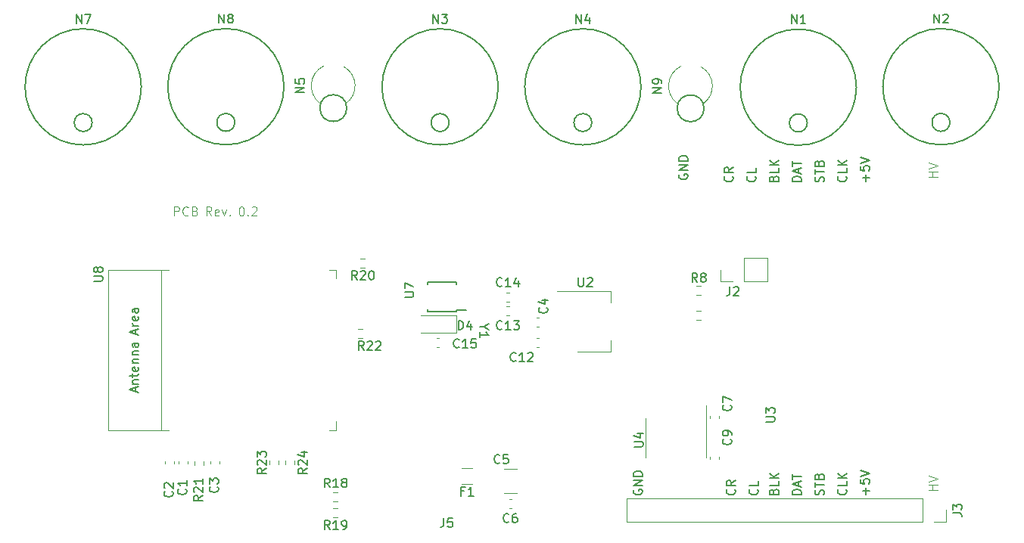
<source format=gto>
%TF.GenerationSoftware,KiCad,Pcbnew,(7.0.0)*%
%TF.CreationDate,2023-08-29T20:45:16+09:00*%
%TF.ProjectId,IN-16_Nixie_Clock,494e2d31-365f-44e6-9978-69655f436c6f,rev?*%
%TF.SameCoordinates,Original*%
%TF.FileFunction,Legend,Top*%
%TF.FilePolarity,Positive*%
%FSLAX46Y46*%
G04 Gerber Fmt 4.6, Leading zero omitted, Abs format (unit mm)*
G04 Created by KiCad (PCBNEW (7.0.0)) date 2023-08-29 20:45:16*
%MOMM*%
%LPD*%
G01*
G04 APERTURE LIST*
%ADD10C,0.150000*%
%ADD11C,0.100000*%
%ADD12C,0.120000*%
G04 APERTURE END LIST*
D10*
X129306571Y-110426571D02*
X129354190Y-110283714D01*
X129354190Y-110283714D02*
X129401809Y-110236095D01*
X129401809Y-110236095D02*
X129497047Y-110188476D01*
X129497047Y-110188476D02*
X129639904Y-110188476D01*
X129639904Y-110188476D02*
X129735142Y-110236095D01*
X129735142Y-110236095D02*
X129782761Y-110283714D01*
X129782761Y-110283714D02*
X129830380Y-110378952D01*
X129830380Y-110378952D02*
X129830380Y-110759904D01*
X129830380Y-110759904D02*
X128830380Y-110759904D01*
X128830380Y-110759904D02*
X128830380Y-110426571D01*
X128830380Y-110426571D02*
X128878000Y-110331333D01*
X128878000Y-110331333D02*
X128925619Y-110283714D01*
X128925619Y-110283714D02*
X129020857Y-110236095D01*
X129020857Y-110236095D02*
X129116095Y-110236095D01*
X129116095Y-110236095D02*
X129211333Y-110283714D01*
X129211333Y-110283714D02*
X129258952Y-110331333D01*
X129258952Y-110331333D02*
X129306571Y-110426571D01*
X129306571Y-110426571D02*
X129306571Y-110759904D01*
X129830380Y-109283714D02*
X129830380Y-109759904D01*
X129830380Y-109759904D02*
X128830380Y-109759904D01*
X129830380Y-108950380D02*
X128830380Y-108950380D01*
X129830380Y-108378952D02*
X129258952Y-108807523D01*
X128830380Y-108378952D02*
X129401809Y-108950380D01*
X132370380Y-110759904D02*
X131370380Y-110759904D01*
X131370380Y-110759904D02*
X131370380Y-110521809D01*
X131370380Y-110521809D02*
X131418000Y-110378952D01*
X131418000Y-110378952D02*
X131513238Y-110283714D01*
X131513238Y-110283714D02*
X131608476Y-110236095D01*
X131608476Y-110236095D02*
X131798952Y-110188476D01*
X131798952Y-110188476D02*
X131941809Y-110188476D01*
X131941809Y-110188476D02*
X132132285Y-110236095D01*
X132132285Y-110236095D02*
X132227523Y-110283714D01*
X132227523Y-110283714D02*
X132322761Y-110378952D01*
X132322761Y-110378952D02*
X132370380Y-110521809D01*
X132370380Y-110521809D02*
X132370380Y-110759904D01*
X132084666Y-109807523D02*
X132084666Y-109331333D01*
X132370380Y-109902761D02*
X131370380Y-109569428D01*
X131370380Y-109569428D02*
X132370380Y-109236095D01*
X131370380Y-109045618D02*
X131370380Y-108474190D01*
X132370380Y-108759904D02*
X131370380Y-108759904D01*
X137355142Y-75136476D02*
X137402761Y-75184095D01*
X137402761Y-75184095D02*
X137450380Y-75326952D01*
X137450380Y-75326952D02*
X137450380Y-75422190D01*
X137450380Y-75422190D02*
X137402761Y-75565047D01*
X137402761Y-75565047D02*
X137307523Y-75660285D01*
X137307523Y-75660285D02*
X137212285Y-75707904D01*
X137212285Y-75707904D02*
X137021809Y-75755523D01*
X137021809Y-75755523D02*
X136878952Y-75755523D01*
X136878952Y-75755523D02*
X136688476Y-75707904D01*
X136688476Y-75707904D02*
X136593238Y-75660285D01*
X136593238Y-75660285D02*
X136498000Y-75565047D01*
X136498000Y-75565047D02*
X136450380Y-75422190D01*
X136450380Y-75422190D02*
X136450380Y-75326952D01*
X136450380Y-75326952D02*
X136498000Y-75184095D01*
X136498000Y-75184095D02*
X136545619Y-75136476D01*
X137450380Y-74231714D02*
X137450380Y-74707904D01*
X137450380Y-74707904D02*
X136450380Y-74707904D01*
X137450380Y-73898380D02*
X136450380Y-73898380D01*
X137450380Y-73326952D02*
X136878952Y-73755523D01*
X136450380Y-73326952D02*
X137021809Y-73898380D01*
D11*
X147610380Y-75199904D02*
X146610380Y-75199904D01*
X147086571Y-75199904D02*
X147086571Y-74628476D01*
X147610380Y-74628476D02*
X146610380Y-74628476D01*
X146610380Y-74295142D02*
X147610380Y-73961809D01*
X147610380Y-73961809D02*
X146610380Y-73628476D01*
D10*
X139609428Y-110759904D02*
X139609428Y-109998000D01*
X139990380Y-110378952D02*
X139228476Y-110378952D01*
X138990380Y-109045619D02*
X138990380Y-109521809D01*
X138990380Y-109521809D02*
X139466571Y-109569428D01*
X139466571Y-109569428D02*
X139418952Y-109521809D01*
X139418952Y-109521809D02*
X139371333Y-109426571D01*
X139371333Y-109426571D02*
X139371333Y-109188476D01*
X139371333Y-109188476D02*
X139418952Y-109093238D01*
X139418952Y-109093238D02*
X139466571Y-109045619D01*
X139466571Y-109045619D02*
X139561809Y-108998000D01*
X139561809Y-108998000D02*
X139799904Y-108998000D01*
X139799904Y-108998000D02*
X139895142Y-109045619D01*
X139895142Y-109045619D02*
X139942761Y-109093238D01*
X139942761Y-109093238D02*
X139990380Y-109188476D01*
X139990380Y-109188476D02*
X139990380Y-109426571D01*
X139990380Y-109426571D02*
X139942761Y-109521809D01*
X139942761Y-109521809D02*
X139895142Y-109569428D01*
X138990380Y-108712285D02*
X139990380Y-108378952D01*
X139990380Y-108378952D02*
X138990380Y-108045619D01*
D11*
X62214095Y-79538380D02*
X62214095Y-78538380D01*
X62214095Y-78538380D02*
X62595047Y-78538380D01*
X62595047Y-78538380D02*
X62690285Y-78586000D01*
X62690285Y-78586000D02*
X62737904Y-78633619D01*
X62737904Y-78633619D02*
X62785523Y-78728857D01*
X62785523Y-78728857D02*
X62785523Y-78871714D01*
X62785523Y-78871714D02*
X62737904Y-78966952D01*
X62737904Y-78966952D02*
X62690285Y-79014571D01*
X62690285Y-79014571D02*
X62595047Y-79062190D01*
X62595047Y-79062190D02*
X62214095Y-79062190D01*
X63785523Y-79443142D02*
X63737904Y-79490761D01*
X63737904Y-79490761D02*
X63595047Y-79538380D01*
X63595047Y-79538380D02*
X63499809Y-79538380D01*
X63499809Y-79538380D02*
X63356952Y-79490761D01*
X63356952Y-79490761D02*
X63261714Y-79395523D01*
X63261714Y-79395523D02*
X63214095Y-79300285D01*
X63214095Y-79300285D02*
X63166476Y-79109809D01*
X63166476Y-79109809D02*
X63166476Y-78966952D01*
X63166476Y-78966952D02*
X63214095Y-78776476D01*
X63214095Y-78776476D02*
X63261714Y-78681238D01*
X63261714Y-78681238D02*
X63356952Y-78586000D01*
X63356952Y-78586000D02*
X63499809Y-78538380D01*
X63499809Y-78538380D02*
X63595047Y-78538380D01*
X63595047Y-78538380D02*
X63737904Y-78586000D01*
X63737904Y-78586000D02*
X63785523Y-78633619D01*
X64547428Y-79014571D02*
X64690285Y-79062190D01*
X64690285Y-79062190D02*
X64737904Y-79109809D01*
X64737904Y-79109809D02*
X64785523Y-79205047D01*
X64785523Y-79205047D02*
X64785523Y-79347904D01*
X64785523Y-79347904D02*
X64737904Y-79443142D01*
X64737904Y-79443142D02*
X64690285Y-79490761D01*
X64690285Y-79490761D02*
X64595047Y-79538380D01*
X64595047Y-79538380D02*
X64214095Y-79538380D01*
X64214095Y-79538380D02*
X64214095Y-78538380D01*
X64214095Y-78538380D02*
X64547428Y-78538380D01*
X64547428Y-78538380D02*
X64642666Y-78586000D01*
X64642666Y-78586000D02*
X64690285Y-78633619D01*
X64690285Y-78633619D02*
X64737904Y-78728857D01*
X64737904Y-78728857D02*
X64737904Y-78824095D01*
X64737904Y-78824095D02*
X64690285Y-78919333D01*
X64690285Y-78919333D02*
X64642666Y-78966952D01*
X64642666Y-78966952D02*
X64547428Y-79014571D01*
X64547428Y-79014571D02*
X64214095Y-79014571D01*
X66385523Y-79538380D02*
X66052190Y-79062190D01*
X65814095Y-79538380D02*
X65814095Y-78538380D01*
X65814095Y-78538380D02*
X66195047Y-78538380D01*
X66195047Y-78538380D02*
X66290285Y-78586000D01*
X66290285Y-78586000D02*
X66337904Y-78633619D01*
X66337904Y-78633619D02*
X66385523Y-78728857D01*
X66385523Y-78728857D02*
X66385523Y-78871714D01*
X66385523Y-78871714D02*
X66337904Y-78966952D01*
X66337904Y-78966952D02*
X66290285Y-79014571D01*
X66290285Y-79014571D02*
X66195047Y-79062190D01*
X66195047Y-79062190D02*
X65814095Y-79062190D01*
X67195047Y-79490761D02*
X67099809Y-79538380D01*
X67099809Y-79538380D02*
X66909333Y-79538380D01*
X66909333Y-79538380D02*
X66814095Y-79490761D01*
X66814095Y-79490761D02*
X66766476Y-79395523D01*
X66766476Y-79395523D02*
X66766476Y-79014571D01*
X66766476Y-79014571D02*
X66814095Y-78919333D01*
X66814095Y-78919333D02*
X66909333Y-78871714D01*
X66909333Y-78871714D02*
X67099809Y-78871714D01*
X67099809Y-78871714D02*
X67195047Y-78919333D01*
X67195047Y-78919333D02*
X67242666Y-79014571D01*
X67242666Y-79014571D02*
X67242666Y-79109809D01*
X67242666Y-79109809D02*
X66766476Y-79205047D01*
X67576000Y-78871714D02*
X67814095Y-79538380D01*
X67814095Y-79538380D02*
X68052190Y-78871714D01*
X68433143Y-79443142D02*
X68480762Y-79490761D01*
X68480762Y-79490761D02*
X68433143Y-79538380D01*
X68433143Y-79538380D02*
X68385524Y-79490761D01*
X68385524Y-79490761D02*
X68433143Y-79443142D01*
X68433143Y-79443142D02*
X68433143Y-79538380D01*
X69699809Y-78538380D02*
X69795047Y-78538380D01*
X69795047Y-78538380D02*
X69890285Y-78586000D01*
X69890285Y-78586000D02*
X69937904Y-78633619D01*
X69937904Y-78633619D02*
X69985523Y-78728857D01*
X69985523Y-78728857D02*
X70033142Y-78919333D01*
X70033142Y-78919333D02*
X70033142Y-79157428D01*
X70033142Y-79157428D02*
X69985523Y-79347904D01*
X69985523Y-79347904D02*
X69937904Y-79443142D01*
X69937904Y-79443142D02*
X69890285Y-79490761D01*
X69890285Y-79490761D02*
X69795047Y-79538380D01*
X69795047Y-79538380D02*
X69699809Y-79538380D01*
X69699809Y-79538380D02*
X69604571Y-79490761D01*
X69604571Y-79490761D02*
X69556952Y-79443142D01*
X69556952Y-79443142D02*
X69509333Y-79347904D01*
X69509333Y-79347904D02*
X69461714Y-79157428D01*
X69461714Y-79157428D02*
X69461714Y-78919333D01*
X69461714Y-78919333D02*
X69509333Y-78728857D01*
X69509333Y-78728857D02*
X69556952Y-78633619D01*
X69556952Y-78633619D02*
X69604571Y-78586000D01*
X69604571Y-78586000D02*
X69699809Y-78538380D01*
X70461714Y-79443142D02*
X70509333Y-79490761D01*
X70509333Y-79490761D02*
X70461714Y-79538380D01*
X70461714Y-79538380D02*
X70414095Y-79490761D01*
X70414095Y-79490761D02*
X70461714Y-79443142D01*
X70461714Y-79443142D02*
X70461714Y-79538380D01*
X70890285Y-78633619D02*
X70937904Y-78586000D01*
X70937904Y-78586000D02*
X71033142Y-78538380D01*
X71033142Y-78538380D02*
X71271237Y-78538380D01*
X71271237Y-78538380D02*
X71366475Y-78586000D01*
X71366475Y-78586000D02*
X71414094Y-78633619D01*
X71414094Y-78633619D02*
X71461713Y-78728857D01*
X71461713Y-78728857D02*
X71461713Y-78824095D01*
X71461713Y-78824095D02*
X71414094Y-78966952D01*
X71414094Y-78966952D02*
X70842666Y-79538380D01*
X70842666Y-79538380D02*
X71461713Y-79538380D01*
D10*
X139609428Y-75707904D02*
X139609428Y-74946000D01*
X139990380Y-75326952D02*
X139228476Y-75326952D01*
X138990380Y-73993619D02*
X138990380Y-74469809D01*
X138990380Y-74469809D02*
X139466571Y-74517428D01*
X139466571Y-74517428D02*
X139418952Y-74469809D01*
X139418952Y-74469809D02*
X139371333Y-74374571D01*
X139371333Y-74374571D02*
X139371333Y-74136476D01*
X139371333Y-74136476D02*
X139418952Y-74041238D01*
X139418952Y-74041238D02*
X139466571Y-73993619D01*
X139466571Y-73993619D02*
X139561809Y-73946000D01*
X139561809Y-73946000D02*
X139799904Y-73946000D01*
X139799904Y-73946000D02*
X139895142Y-73993619D01*
X139895142Y-73993619D02*
X139942761Y-74041238D01*
X139942761Y-74041238D02*
X139990380Y-74136476D01*
X139990380Y-74136476D02*
X139990380Y-74374571D01*
X139990380Y-74374571D02*
X139942761Y-74469809D01*
X139942761Y-74469809D02*
X139895142Y-74517428D01*
X138990380Y-73660285D02*
X139990380Y-73326952D01*
X139990380Y-73326952D02*
X138990380Y-72993619D01*
X124909142Y-110188476D02*
X124956761Y-110236095D01*
X124956761Y-110236095D02*
X125004380Y-110378952D01*
X125004380Y-110378952D02*
X125004380Y-110474190D01*
X125004380Y-110474190D02*
X124956761Y-110617047D01*
X124956761Y-110617047D02*
X124861523Y-110712285D01*
X124861523Y-110712285D02*
X124766285Y-110759904D01*
X124766285Y-110759904D02*
X124575809Y-110807523D01*
X124575809Y-110807523D02*
X124432952Y-110807523D01*
X124432952Y-110807523D02*
X124242476Y-110759904D01*
X124242476Y-110759904D02*
X124147238Y-110712285D01*
X124147238Y-110712285D02*
X124052000Y-110617047D01*
X124052000Y-110617047D02*
X124004380Y-110474190D01*
X124004380Y-110474190D02*
X124004380Y-110378952D01*
X124004380Y-110378952D02*
X124052000Y-110236095D01*
X124052000Y-110236095D02*
X124099619Y-110188476D01*
X125004380Y-109188476D02*
X124528190Y-109521809D01*
X125004380Y-109759904D02*
X124004380Y-109759904D01*
X124004380Y-109759904D02*
X124004380Y-109378952D01*
X124004380Y-109378952D02*
X124052000Y-109283714D01*
X124052000Y-109283714D02*
X124099619Y-109236095D01*
X124099619Y-109236095D02*
X124194857Y-109188476D01*
X124194857Y-109188476D02*
X124337714Y-109188476D01*
X124337714Y-109188476D02*
X124432952Y-109236095D01*
X124432952Y-109236095D02*
X124480571Y-109283714D01*
X124480571Y-109283714D02*
X124528190Y-109378952D01*
X124528190Y-109378952D02*
X124528190Y-109759904D01*
X127449142Y-110188476D02*
X127496761Y-110236095D01*
X127496761Y-110236095D02*
X127544380Y-110378952D01*
X127544380Y-110378952D02*
X127544380Y-110474190D01*
X127544380Y-110474190D02*
X127496761Y-110617047D01*
X127496761Y-110617047D02*
X127401523Y-110712285D01*
X127401523Y-110712285D02*
X127306285Y-110759904D01*
X127306285Y-110759904D02*
X127115809Y-110807523D01*
X127115809Y-110807523D02*
X126972952Y-110807523D01*
X126972952Y-110807523D02*
X126782476Y-110759904D01*
X126782476Y-110759904D02*
X126687238Y-110712285D01*
X126687238Y-110712285D02*
X126592000Y-110617047D01*
X126592000Y-110617047D02*
X126544380Y-110474190D01*
X126544380Y-110474190D02*
X126544380Y-110378952D01*
X126544380Y-110378952D02*
X126592000Y-110236095D01*
X126592000Y-110236095D02*
X126639619Y-110188476D01*
X127544380Y-109283714D02*
X127544380Y-109759904D01*
X127544380Y-109759904D02*
X126544380Y-109759904D01*
X127195142Y-75136476D02*
X127242761Y-75184095D01*
X127242761Y-75184095D02*
X127290380Y-75326952D01*
X127290380Y-75326952D02*
X127290380Y-75422190D01*
X127290380Y-75422190D02*
X127242761Y-75565047D01*
X127242761Y-75565047D02*
X127147523Y-75660285D01*
X127147523Y-75660285D02*
X127052285Y-75707904D01*
X127052285Y-75707904D02*
X126861809Y-75755523D01*
X126861809Y-75755523D02*
X126718952Y-75755523D01*
X126718952Y-75755523D02*
X126528476Y-75707904D01*
X126528476Y-75707904D02*
X126433238Y-75660285D01*
X126433238Y-75660285D02*
X126338000Y-75565047D01*
X126338000Y-75565047D02*
X126290380Y-75422190D01*
X126290380Y-75422190D02*
X126290380Y-75326952D01*
X126290380Y-75326952D02*
X126338000Y-75184095D01*
X126338000Y-75184095D02*
X126385619Y-75136476D01*
X127290380Y-74231714D02*
X127290380Y-74707904D01*
X127290380Y-74707904D02*
X126290380Y-74707904D01*
X118718000Y-74930095D02*
X118670380Y-75025333D01*
X118670380Y-75025333D02*
X118670380Y-75168190D01*
X118670380Y-75168190D02*
X118718000Y-75311047D01*
X118718000Y-75311047D02*
X118813238Y-75406285D01*
X118813238Y-75406285D02*
X118908476Y-75453904D01*
X118908476Y-75453904D02*
X119098952Y-75501523D01*
X119098952Y-75501523D02*
X119241809Y-75501523D01*
X119241809Y-75501523D02*
X119432285Y-75453904D01*
X119432285Y-75453904D02*
X119527523Y-75406285D01*
X119527523Y-75406285D02*
X119622761Y-75311047D01*
X119622761Y-75311047D02*
X119670380Y-75168190D01*
X119670380Y-75168190D02*
X119670380Y-75072952D01*
X119670380Y-75072952D02*
X119622761Y-74930095D01*
X119622761Y-74930095D02*
X119575142Y-74882476D01*
X119575142Y-74882476D02*
X119241809Y-74882476D01*
X119241809Y-74882476D02*
X119241809Y-75072952D01*
X119670380Y-74453904D02*
X118670380Y-74453904D01*
X118670380Y-74453904D02*
X119670380Y-73882476D01*
X119670380Y-73882476D02*
X118670380Y-73882476D01*
X119670380Y-73406285D02*
X118670380Y-73406285D01*
X118670380Y-73406285D02*
X118670380Y-73168190D01*
X118670380Y-73168190D02*
X118718000Y-73025333D01*
X118718000Y-73025333D02*
X118813238Y-72930095D01*
X118813238Y-72930095D02*
X118908476Y-72882476D01*
X118908476Y-72882476D02*
X119098952Y-72834857D01*
X119098952Y-72834857D02*
X119241809Y-72834857D01*
X119241809Y-72834857D02*
X119432285Y-72882476D01*
X119432285Y-72882476D02*
X119527523Y-72930095D01*
X119527523Y-72930095D02*
X119622761Y-73025333D01*
X119622761Y-73025333D02*
X119670380Y-73168190D01*
X119670380Y-73168190D02*
X119670380Y-73406285D01*
X132370380Y-75707904D02*
X131370380Y-75707904D01*
X131370380Y-75707904D02*
X131370380Y-75469809D01*
X131370380Y-75469809D02*
X131418000Y-75326952D01*
X131418000Y-75326952D02*
X131513238Y-75231714D01*
X131513238Y-75231714D02*
X131608476Y-75184095D01*
X131608476Y-75184095D02*
X131798952Y-75136476D01*
X131798952Y-75136476D02*
X131941809Y-75136476D01*
X131941809Y-75136476D02*
X132132285Y-75184095D01*
X132132285Y-75184095D02*
X132227523Y-75231714D01*
X132227523Y-75231714D02*
X132322761Y-75326952D01*
X132322761Y-75326952D02*
X132370380Y-75469809D01*
X132370380Y-75469809D02*
X132370380Y-75707904D01*
X132084666Y-74755523D02*
X132084666Y-74279333D01*
X132370380Y-74850761D02*
X131370380Y-74517428D01*
X131370380Y-74517428D02*
X132370380Y-74184095D01*
X131370380Y-73993618D02*
X131370380Y-73422190D01*
X132370380Y-73707904D02*
X131370380Y-73707904D01*
D11*
X147610380Y-110251904D02*
X146610380Y-110251904D01*
X147086571Y-110251904D02*
X147086571Y-109680476D01*
X147610380Y-109680476D02*
X146610380Y-109680476D01*
X146610380Y-109347142D02*
X147610380Y-109013809D01*
X147610380Y-109013809D02*
X146610380Y-108680476D01*
D10*
X124655142Y-75136476D02*
X124702761Y-75184095D01*
X124702761Y-75184095D02*
X124750380Y-75326952D01*
X124750380Y-75326952D02*
X124750380Y-75422190D01*
X124750380Y-75422190D02*
X124702761Y-75565047D01*
X124702761Y-75565047D02*
X124607523Y-75660285D01*
X124607523Y-75660285D02*
X124512285Y-75707904D01*
X124512285Y-75707904D02*
X124321809Y-75755523D01*
X124321809Y-75755523D02*
X124178952Y-75755523D01*
X124178952Y-75755523D02*
X123988476Y-75707904D01*
X123988476Y-75707904D02*
X123893238Y-75660285D01*
X123893238Y-75660285D02*
X123798000Y-75565047D01*
X123798000Y-75565047D02*
X123750380Y-75422190D01*
X123750380Y-75422190D02*
X123750380Y-75326952D01*
X123750380Y-75326952D02*
X123798000Y-75184095D01*
X123798000Y-75184095D02*
X123845619Y-75136476D01*
X124750380Y-74136476D02*
X124274190Y-74469809D01*
X124750380Y-74707904D02*
X123750380Y-74707904D01*
X123750380Y-74707904D02*
X123750380Y-74326952D01*
X123750380Y-74326952D02*
X123798000Y-74231714D01*
X123798000Y-74231714D02*
X123845619Y-74184095D01*
X123845619Y-74184095D02*
X123940857Y-74136476D01*
X123940857Y-74136476D02*
X124083714Y-74136476D01*
X124083714Y-74136476D02*
X124178952Y-74184095D01*
X124178952Y-74184095D02*
X124226571Y-74231714D01*
X124226571Y-74231714D02*
X124274190Y-74326952D01*
X124274190Y-74326952D02*
X124274190Y-74707904D01*
X113638000Y-110236095D02*
X113590380Y-110331333D01*
X113590380Y-110331333D02*
X113590380Y-110474190D01*
X113590380Y-110474190D02*
X113638000Y-110617047D01*
X113638000Y-110617047D02*
X113733238Y-110712285D01*
X113733238Y-110712285D02*
X113828476Y-110759904D01*
X113828476Y-110759904D02*
X114018952Y-110807523D01*
X114018952Y-110807523D02*
X114161809Y-110807523D01*
X114161809Y-110807523D02*
X114352285Y-110759904D01*
X114352285Y-110759904D02*
X114447523Y-110712285D01*
X114447523Y-110712285D02*
X114542761Y-110617047D01*
X114542761Y-110617047D02*
X114590380Y-110474190D01*
X114590380Y-110474190D02*
X114590380Y-110378952D01*
X114590380Y-110378952D02*
X114542761Y-110236095D01*
X114542761Y-110236095D02*
X114495142Y-110188476D01*
X114495142Y-110188476D02*
X114161809Y-110188476D01*
X114161809Y-110188476D02*
X114161809Y-110378952D01*
X114590380Y-109759904D02*
X113590380Y-109759904D01*
X113590380Y-109759904D02*
X114590380Y-109188476D01*
X114590380Y-109188476D02*
X113590380Y-109188476D01*
X114590380Y-108712285D02*
X113590380Y-108712285D01*
X113590380Y-108712285D02*
X113590380Y-108474190D01*
X113590380Y-108474190D02*
X113638000Y-108331333D01*
X113638000Y-108331333D02*
X113733238Y-108236095D01*
X113733238Y-108236095D02*
X113828476Y-108188476D01*
X113828476Y-108188476D02*
X114018952Y-108140857D01*
X114018952Y-108140857D02*
X114161809Y-108140857D01*
X114161809Y-108140857D02*
X114352285Y-108188476D01*
X114352285Y-108188476D02*
X114447523Y-108236095D01*
X114447523Y-108236095D02*
X114542761Y-108331333D01*
X114542761Y-108331333D02*
X114590380Y-108474190D01*
X114590380Y-108474190D02*
X114590380Y-108712285D01*
X134862761Y-75755523D02*
X134910380Y-75612666D01*
X134910380Y-75612666D02*
X134910380Y-75374571D01*
X134910380Y-75374571D02*
X134862761Y-75279333D01*
X134862761Y-75279333D02*
X134815142Y-75231714D01*
X134815142Y-75231714D02*
X134719904Y-75184095D01*
X134719904Y-75184095D02*
X134624666Y-75184095D01*
X134624666Y-75184095D02*
X134529428Y-75231714D01*
X134529428Y-75231714D02*
X134481809Y-75279333D01*
X134481809Y-75279333D02*
X134434190Y-75374571D01*
X134434190Y-75374571D02*
X134386571Y-75565047D01*
X134386571Y-75565047D02*
X134338952Y-75660285D01*
X134338952Y-75660285D02*
X134291333Y-75707904D01*
X134291333Y-75707904D02*
X134196095Y-75755523D01*
X134196095Y-75755523D02*
X134100857Y-75755523D01*
X134100857Y-75755523D02*
X134005619Y-75707904D01*
X134005619Y-75707904D02*
X133958000Y-75660285D01*
X133958000Y-75660285D02*
X133910380Y-75565047D01*
X133910380Y-75565047D02*
X133910380Y-75326952D01*
X133910380Y-75326952D02*
X133958000Y-75184095D01*
X133910380Y-74898380D02*
X133910380Y-74326952D01*
X134910380Y-74612666D02*
X133910380Y-74612666D01*
X134386571Y-73660285D02*
X134434190Y-73517428D01*
X134434190Y-73517428D02*
X134481809Y-73469809D01*
X134481809Y-73469809D02*
X134577047Y-73422190D01*
X134577047Y-73422190D02*
X134719904Y-73422190D01*
X134719904Y-73422190D02*
X134815142Y-73469809D01*
X134815142Y-73469809D02*
X134862761Y-73517428D01*
X134862761Y-73517428D02*
X134910380Y-73612666D01*
X134910380Y-73612666D02*
X134910380Y-73993618D01*
X134910380Y-73993618D02*
X133910380Y-73993618D01*
X133910380Y-73993618D02*
X133910380Y-73660285D01*
X133910380Y-73660285D02*
X133958000Y-73565047D01*
X133958000Y-73565047D02*
X134005619Y-73517428D01*
X134005619Y-73517428D02*
X134100857Y-73469809D01*
X134100857Y-73469809D02*
X134196095Y-73469809D01*
X134196095Y-73469809D02*
X134291333Y-73517428D01*
X134291333Y-73517428D02*
X134338952Y-73565047D01*
X134338952Y-73565047D02*
X134386571Y-73660285D01*
X134386571Y-73660285D02*
X134386571Y-73993618D01*
X134862761Y-110807523D02*
X134910380Y-110664666D01*
X134910380Y-110664666D02*
X134910380Y-110426571D01*
X134910380Y-110426571D02*
X134862761Y-110331333D01*
X134862761Y-110331333D02*
X134815142Y-110283714D01*
X134815142Y-110283714D02*
X134719904Y-110236095D01*
X134719904Y-110236095D02*
X134624666Y-110236095D01*
X134624666Y-110236095D02*
X134529428Y-110283714D01*
X134529428Y-110283714D02*
X134481809Y-110331333D01*
X134481809Y-110331333D02*
X134434190Y-110426571D01*
X134434190Y-110426571D02*
X134386571Y-110617047D01*
X134386571Y-110617047D02*
X134338952Y-110712285D01*
X134338952Y-110712285D02*
X134291333Y-110759904D01*
X134291333Y-110759904D02*
X134196095Y-110807523D01*
X134196095Y-110807523D02*
X134100857Y-110807523D01*
X134100857Y-110807523D02*
X134005619Y-110759904D01*
X134005619Y-110759904D02*
X133958000Y-110712285D01*
X133958000Y-110712285D02*
X133910380Y-110617047D01*
X133910380Y-110617047D02*
X133910380Y-110378952D01*
X133910380Y-110378952D02*
X133958000Y-110236095D01*
X133910380Y-109950380D02*
X133910380Y-109378952D01*
X134910380Y-109664666D02*
X133910380Y-109664666D01*
X134386571Y-108712285D02*
X134434190Y-108569428D01*
X134434190Y-108569428D02*
X134481809Y-108521809D01*
X134481809Y-108521809D02*
X134577047Y-108474190D01*
X134577047Y-108474190D02*
X134719904Y-108474190D01*
X134719904Y-108474190D02*
X134815142Y-108521809D01*
X134815142Y-108521809D02*
X134862761Y-108569428D01*
X134862761Y-108569428D02*
X134910380Y-108664666D01*
X134910380Y-108664666D02*
X134910380Y-109045618D01*
X134910380Y-109045618D02*
X133910380Y-109045618D01*
X133910380Y-109045618D02*
X133910380Y-108712285D01*
X133910380Y-108712285D02*
X133958000Y-108617047D01*
X133958000Y-108617047D02*
X134005619Y-108569428D01*
X134005619Y-108569428D02*
X134100857Y-108521809D01*
X134100857Y-108521809D02*
X134196095Y-108521809D01*
X134196095Y-108521809D02*
X134291333Y-108569428D01*
X134291333Y-108569428D02*
X134338952Y-108617047D01*
X134338952Y-108617047D02*
X134386571Y-108712285D01*
X134386571Y-108712285D02*
X134386571Y-109045618D01*
X129306571Y-75374571D02*
X129354190Y-75231714D01*
X129354190Y-75231714D02*
X129401809Y-75184095D01*
X129401809Y-75184095D02*
X129497047Y-75136476D01*
X129497047Y-75136476D02*
X129639904Y-75136476D01*
X129639904Y-75136476D02*
X129735142Y-75184095D01*
X129735142Y-75184095D02*
X129782761Y-75231714D01*
X129782761Y-75231714D02*
X129830380Y-75326952D01*
X129830380Y-75326952D02*
X129830380Y-75707904D01*
X129830380Y-75707904D02*
X128830380Y-75707904D01*
X128830380Y-75707904D02*
X128830380Y-75374571D01*
X128830380Y-75374571D02*
X128878000Y-75279333D01*
X128878000Y-75279333D02*
X128925619Y-75231714D01*
X128925619Y-75231714D02*
X129020857Y-75184095D01*
X129020857Y-75184095D02*
X129116095Y-75184095D01*
X129116095Y-75184095D02*
X129211333Y-75231714D01*
X129211333Y-75231714D02*
X129258952Y-75279333D01*
X129258952Y-75279333D02*
X129306571Y-75374571D01*
X129306571Y-75374571D02*
X129306571Y-75707904D01*
X129830380Y-74231714D02*
X129830380Y-74707904D01*
X129830380Y-74707904D02*
X128830380Y-74707904D01*
X129830380Y-73898380D02*
X128830380Y-73898380D01*
X129830380Y-73326952D02*
X129258952Y-73755523D01*
X128830380Y-73326952D02*
X129401809Y-73898380D01*
X137355142Y-110188476D02*
X137402761Y-110236095D01*
X137402761Y-110236095D02*
X137450380Y-110378952D01*
X137450380Y-110378952D02*
X137450380Y-110474190D01*
X137450380Y-110474190D02*
X137402761Y-110617047D01*
X137402761Y-110617047D02*
X137307523Y-110712285D01*
X137307523Y-110712285D02*
X137212285Y-110759904D01*
X137212285Y-110759904D02*
X137021809Y-110807523D01*
X137021809Y-110807523D02*
X136878952Y-110807523D01*
X136878952Y-110807523D02*
X136688476Y-110759904D01*
X136688476Y-110759904D02*
X136593238Y-110712285D01*
X136593238Y-110712285D02*
X136498000Y-110617047D01*
X136498000Y-110617047D02*
X136450380Y-110474190D01*
X136450380Y-110474190D02*
X136450380Y-110378952D01*
X136450380Y-110378952D02*
X136498000Y-110236095D01*
X136498000Y-110236095D02*
X136545619Y-110188476D01*
X137450380Y-109283714D02*
X137450380Y-109759904D01*
X137450380Y-109759904D02*
X136450380Y-109759904D01*
X137450380Y-108950380D02*
X136450380Y-108950380D01*
X137450380Y-108378952D02*
X136878952Y-108807523D01*
X136450380Y-108378952D02*
X137021809Y-108950380D01*
%TO.C,D4*%
X94003905Y-92315380D02*
X94003905Y-91315380D01*
X94003905Y-91315380D02*
X94242000Y-91315380D01*
X94242000Y-91315380D02*
X94384857Y-91363000D01*
X94384857Y-91363000D02*
X94480095Y-91458238D01*
X94480095Y-91458238D02*
X94527714Y-91553476D01*
X94527714Y-91553476D02*
X94575333Y-91743952D01*
X94575333Y-91743952D02*
X94575333Y-91886809D01*
X94575333Y-91886809D02*
X94527714Y-92077285D01*
X94527714Y-92077285D02*
X94480095Y-92172523D01*
X94480095Y-92172523D02*
X94384857Y-92267761D01*
X94384857Y-92267761D02*
X94242000Y-92315380D01*
X94242000Y-92315380D02*
X94003905Y-92315380D01*
X95432476Y-91648714D02*
X95432476Y-92315380D01*
X95194381Y-91267761D02*
X94956286Y-91982047D01*
X94956286Y-91982047D02*
X95575333Y-91982047D01*
%TO.C,N4*%
X107178095Y-57987380D02*
X107178095Y-56987380D01*
X107178095Y-56987380D02*
X107749523Y-57987380D01*
X107749523Y-57987380D02*
X107749523Y-56987380D01*
X108654285Y-57320714D02*
X108654285Y-57987380D01*
X108416190Y-56939761D02*
X108178095Y-57654047D01*
X108178095Y-57654047D02*
X108797142Y-57654047D01*
%TO.C,N9*%
X116758198Y-65785904D02*
X115758198Y-65785904D01*
X115758198Y-65785904D02*
X116758198Y-65214476D01*
X116758198Y-65214476D02*
X115758198Y-65214476D01*
X116758198Y-64690666D02*
X116758198Y-64500190D01*
X116758198Y-64500190D02*
X116710579Y-64404952D01*
X116710579Y-64404952D02*
X116662960Y-64357333D01*
X116662960Y-64357333D02*
X116520103Y-64262095D01*
X116520103Y-64262095D02*
X116329627Y-64214476D01*
X116329627Y-64214476D02*
X115948675Y-64214476D01*
X115948675Y-64214476D02*
X115853437Y-64262095D01*
X115853437Y-64262095D02*
X115805818Y-64309714D01*
X115805818Y-64309714D02*
X115758198Y-64404952D01*
X115758198Y-64404952D02*
X115758198Y-64595428D01*
X115758198Y-64595428D02*
X115805818Y-64690666D01*
X115805818Y-64690666D02*
X115853437Y-64738285D01*
X115853437Y-64738285D02*
X115948675Y-64785904D01*
X115948675Y-64785904D02*
X116186770Y-64785904D01*
X116186770Y-64785904D02*
X116282008Y-64738285D01*
X116282008Y-64738285D02*
X116329627Y-64690666D01*
X116329627Y-64690666D02*
X116377246Y-64595428D01*
X116377246Y-64595428D02*
X116377246Y-64404952D01*
X116377246Y-64404952D02*
X116329627Y-64309714D01*
X116329627Y-64309714D02*
X116282008Y-64262095D01*
X116282008Y-64262095D02*
X116186770Y-64214476D01*
%TO.C,N1*%
X131278095Y-58027380D02*
X131278095Y-57027380D01*
X131278095Y-57027380D02*
X131849523Y-58027380D01*
X131849523Y-58027380D02*
X131849523Y-57027380D01*
X132849523Y-58027380D02*
X132278095Y-58027380D01*
X132563809Y-58027380D02*
X132563809Y-57027380D01*
X132563809Y-57027380D02*
X132468571Y-57170238D01*
X132468571Y-57170238D02*
X132373333Y-57265476D01*
X132373333Y-57265476D02*
X132278095Y-57313095D01*
%TO.C,C2*%
X61994142Y-110402666D02*
X62041761Y-110450285D01*
X62041761Y-110450285D02*
X62089380Y-110593142D01*
X62089380Y-110593142D02*
X62089380Y-110688380D01*
X62089380Y-110688380D02*
X62041761Y-110831237D01*
X62041761Y-110831237D02*
X61946523Y-110926475D01*
X61946523Y-110926475D02*
X61851285Y-110974094D01*
X61851285Y-110974094D02*
X61660809Y-111021713D01*
X61660809Y-111021713D02*
X61517952Y-111021713D01*
X61517952Y-111021713D02*
X61327476Y-110974094D01*
X61327476Y-110974094D02*
X61232238Y-110926475D01*
X61232238Y-110926475D02*
X61137000Y-110831237D01*
X61137000Y-110831237D02*
X61089380Y-110688380D01*
X61089380Y-110688380D02*
X61089380Y-110593142D01*
X61089380Y-110593142D02*
X61137000Y-110450285D01*
X61137000Y-110450285D02*
X61184619Y-110402666D01*
X61184619Y-110021713D02*
X61137000Y-109974094D01*
X61137000Y-109974094D02*
X61089380Y-109878856D01*
X61089380Y-109878856D02*
X61089380Y-109640761D01*
X61089380Y-109640761D02*
X61137000Y-109545523D01*
X61137000Y-109545523D02*
X61184619Y-109497904D01*
X61184619Y-109497904D02*
X61279857Y-109450285D01*
X61279857Y-109450285D02*
X61375095Y-109450285D01*
X61375095Y-109450285D02*
X61517952Y-109497904D01*
X61517952Y-109497904D02*
X62089380Y-110069332D01*
X62089380Y-110069332D02*
X62089380Y-109450285D01*
%TO.C,C1*%
X63518142Y-110148666D02*
X63565761Y-110196285D01*
X63565761Y-110196285D02*
X63613380Y-110339142D01*
X63613380Y-110339142D02*
X63613380Y-110434380D01*
X63613380Y-110434380D02*
X63565761Y-110577237D01*
X63565761Y-110577237D02*
X63470523Y-110672475D01*
X63470523Y-110672475D02*
X63375285Y-110720094D01*
X63375285Y-110720094D02*
X63184809Y-110767713D01*
X63184809Y-110767713D02*
X63041952Y-110767713D01*
X63041952Y-110767713D02*
X62851476Y-110720094D01*
X62851476Y-110720094D02*
X62756238Y-110672475D01*
X62756238Y-110672475D02*
X62661000Y-110577237D01*
X62661000Y-110577237D02*
X62613380Y-110434380D01*
X62613380Y-110434380D02*
X62613380Y-110339142D01*
X62613380Y-110339142D02*
X62661000Y-110196285D01*
X62661000Y-110196285D02*
X62708619Y-110148666D01*
X63613380Y-109196285D02*
X63613380Y-109767713D01*
X63613380Y-109481999D02*
X62613380Y-109481999D01*
X62613380Y-109481999D02*
X62756238Y-109577237D01*
X62756238Y-109577237D02*
X62851476Y-109672475D01*
X62851476Y-109672475D02*
X62899095Y-109767713D01*
%TO.C,C4*%
X103904142Y-89828666D02*
X103951761Y-89876285D01*
X103951761Y-89876285D02*
X103999380Y-90019142D01*
X103999380Y-90019142D02*
X103999380Y-90114380D01*
X103999380Y-90114380D02*
X103951761Y-90257237D01*
X103951761Y-90257237D02*
X103856523Y-90352475D01*
X103856523Y-90352475D02*
X103761285Y-90400094D01*
X103761285Y-90400094D02*
X103570809Y-90447713D01*
X103570809Y-90447713D02*
X103427952Y-90447713D01*
X103427952Y-90447713D02*
X103237476Y-90400094D01*
X103237476Y-90400094D02*
X103142238Y-90352475D01*
X103142238Y-90352475D02*
X103047000Y-90257237D01*
X103047000Y-90257237D02*
X102999380Y-90114380D01*
X102999380Y-90114380D02*
X102999380Y-90019142D01*
X102999380Y-90019142D02*
X103047000Y-89876285D01*
X103047000Y-89876285D02*
X103094619Y-89828666D01*
X103332714Y-88971523D02*
X103999380Y-88971523D01*
X102951761Y-89209618D02*
X103666047Y-89447713D01*
X103666047Y-89447713D02*
X103666047Y-88828666D01*
%TO.C,N8*%
X67238095Y-57967380D02*
X67238095Y-56967380D01*
X67238095Y-56967380D02*
X67809523Y-57967380D01*
X67809523Y-57967380D02*
X67809523Y-56967380D01*
X68428571Y-57395952D02*
X68333333Y-57348333D01*
X68333333Y-57348333D02*
X68285714Y-57300714D01*
X68285714Y-57300714D02*
X68238095Y-57205476D01*
X68238095Y-57205476D02*
X68238095Y-57157857D01*
X68238095Y-57157857D02*
X68285714Y-57062619D01*
X68285714Y-57062619D02*
X68333333Y-57015000D01*
X68333333Y-57015000D02*
X68428571Y-56967380D01*
X68428571Y-56967380D02*
X68619047Y-56967380D01*
X68619047Y-56967380D02*
X68714285Y-57015000D01*
X68714285Y-57015000D02*
X68761904Y-57062619D01*
X68761904Y-57062619D02*
X68809523Y-57157857D01*
X68809523Y-57157857D02*
X68809523Y-57205476D01*
X68809523Y-57205476D02*
X68761904Y-57300714D01*
X68761904Y-57300714D02*
X68714285Y-57348333D01*
X68714285Y-57348333D02*
X68619047Y-57395952D01*
X68619047Y-57395952D02*
X68428571Y-57395952D01*
X68428571Y-57395952D02*
X68333333Y-57443571D01*
X68333333Y-57443571D02*
X68285714Y-57491190D01*
X68285714Y-57491190D02*
X68238095Y-57586428D01*
X68238095Y-57586428D02*
X68238095Y-57776904D01*
X68238095Y-57776904D02*
X68285714Y-57872142D01*
X68285714Y-57872142D02*
X68333333Y-57919761D01*
X68333333Y-57919761D02*
X68428571Y-57967380D01*
X68428571Y-57967380D02*
X68619047Y-57967380D01*
X68619047Y-57967380D02*
X68714285Y-57919761D01*
X68714285Y-57919761D02*
X68761904Y-57872142D01*
X68761904Y-57872142D02*
X68809523Y-57776904D01*
X68809523Y-57776904D02*
X68809523Y-57586428D01*
X68809523Y-57586428D02*
X68761904Y-57491190D01*
X68761904Y-57491190D02*
X68714285Y-57443571D01*
X68714285Y-57443571D02*
X68619047Y-57395952D01*
%TO.C,U4*%
X113667380Y-105409904D02*
X114476904Y-105409904D01*
X114476904Y-105409904D02*
X114572142Y-105362285D01*
X114572142Y-105362285D02*
X114619761Y-105314666D01*
X114619761Y-105314666D02*
X114667380Y-105219428D01*
X114667380Y-105219428D02*
X114667380Y-105028952D01*
X114667380Y-105028952D02*
X114619761Y-104933714D01*
X114619761Y-104933714D02*
X114572142Y-104886095D01*
X114572142Y-104886095D02*
X114476904Y-104838476D01*
X114476904Y-104838476D02*
X113667380Y-104838476D01*
X114000714Y-103933714D02*
X114667380Y-103933714D01*
X113619761Y-104171809D02*
X114334047Y-104409904D01*
X114334047Y-104409904D02*
X114334047Y-103790857D01*
%TO.C,R24*%
X77075380Y-107830857D02*
X76599190Y-108164190D01*
X77075380Y-108402285D02*
X76075380Y-108402285D01*
X76075380Y-108402285D02*
X76075380Y-108021333D01*
X76075380Y-108021333D02*
X76123000Y-107926095D01*
X76123000Y-107926095D02*
X76170619Y-107878476D01*
X76170619Y-107878476D02*
X76265857Y-107830857D01*
X76265857Y-107830857D02*
X76408714Y-107830857D01*
X76408714Y-107830857D02*
X76503952Y-107878476D01*
X76503952Y-107878476D02*
X76551571Y-107926095D01*
X76551571Y-107926095D02*
X76599190Y-108021333D01*
X76599190Y-108021333D02*
X76599190Y-108402285D01*
X76170619Y-107449904D02*
X76123000Y-107402285D01*
X76123000Y-107402285D02*
X76075380Y-107307047D01*
X76075380Y-107307047D02*
X76075380Y-107068952D01*
X76075380Y-107068952D02*
X76123000Y-106973714D01*
X76123000Y-106973714D02*
X76170619Y-106926095D01*
X76170619Y-106926095D02*
X76265857Y-106878476D01*
X76265857Y-106878476D02*
X76361095Y-106878476D01*
X76361095Y-106878476D02*
X76503952Y-106926095D01*
X76503952Y-106926095D02*
X77075380Y-107497523D01*
X77075380Y-107497523D02*
X77075380Y-106878476D01*
X76408714Y-106021333D02*
X77075380Y-106021333D01*
X76027761Y-106259428D02*
X76742047Y-106497523D01*
X76742047Y-106497523D02*
X76742047Y-105878476D01*
%TO.C,N2*%
X147238095Y-57967380D02*
X147238095Y-56967380D01*
X147238095Y-56967380D02*
X147809523Y-57967380D01*
X147809523Y-57967380D02*
X147809523Y-56967380D01*
X148238095Y-57062619D02*
X148285714Y-57015000D01*
X148285714Y-57015000D02*
X148380952Y-56967380D01*
X148380952Y-56967380D02*
X148619047Y-56967380D01*
X148619047Y-56967380D02*
X148714285Y-57015000D01*
X148714285Y-57015000D02*
X148761904Y-57062619D01*
X148761904Y-57062619D02*
X148809523Y-57157857D01*
X148809523Y-57157857D02*
X148809523Y-57253095D01*
X148809523Y-57253095D02*
X148761904Y-57395952D01*
X148761904Y-57395952D02*
X148190476Y-57967380D01*
X148190476Y-57967380D02*
X148809523Y-57967380D01*
%TO.C,C9*%
X124478142Y-104560666D02*
X124525761Y-104608285D01*
X124525761Y-104608285D02*
X124573380Y-104751142D01*
X124573380Y-104751142D02*
X124573380Y-104846380D01*
X124573380Y-104846380D02*
X124525761Y-104989237D01*
X124525761Y-104989237D02*
X124430523Y-105084475D01*
X124430523Y-105084475D02*
X124335285Y-105132094D01*
X124335285Y-105132094D02*
X124144809Y-105179713D01*
X124144809Y-105179713D02*
X124001952Y-105179713D01*
X124001952Y-105179713D02*
X123811476Y-105132094D01*
X123811476Y-105132094D02*
X123716238Y-105084475D01*
X123716238Y-105084475D02*
X123621000Y-104989237D01*
X123621000Y-104989237D02*
X123573380Y-104846380D01*
X123573380Y-104846380D02*
X123573380Y-104751142D01*
X123573380Y-104751142D02*
X123621000Y-104608285D01*
X123621000Y-104608285D02*
X123668619Y-104560666D01*
X124573380Y-104084475D02*
X124573380Y-103893999D01*
X124573380Y-103893999D02*
X124525761Y-103798761D01*
X124525761Y-103798761D02*
X124478142Y-103751142D01*
X124478142Y-103751142D02*
X124335285Y-103655904D01*
X124335285Y-103655904D02*
X124144809Y-103608285D01*
X124144809Y-103608285D02*
X123763857Y-103608285D01*
X123763857Y-103608285D02*
X123668619Y-103655904D01*
X123668619Y-103655904D02*
X123621000Y-103703523D01*
X123621000Y-103703523D02*
X123573380Y-103798761D01*
X123573380Y-103798761D02*
X123573380Y-103989237D01*
X123573380Y-103989237D02*
X123621000Y-104084475D01*
X123621000Y-104084475D02*
X123668619Y-104132094D01*
X123668619Y-104132094D02*
X123763857Y-104179713D01*
X123763857Y-104179713D02*
X124001952Y-104179713D01*
X124001952Y-104179713D02*
X124097190Y-104132094D01*
X124097190Y-104132094D02*
X124144809Y-104084475D01*
X124144809Y-104084475D02*
X124192428Y-103989237D01*
X124192428Y-103989237D02*
X124192428Y-103798761D01*
X124192428Y-103798761D02*
X124144809Y-103703523D01*
X124144809Y-103703523D02*
X124097190Y-103655904D01*
X124097190Y-103655904D02*
X124001952Y-103608285D01*
%TO.C,J3*%
X149337380Y-112833333D02*
X150051666Y-112833333D01*
X150051666Y-112833333D02*
X150194523Y-112880952D01*
X150194523Y-112880952D02*
X150289761Y-112976190D01*
X150289761Y-112976190D02*
X150337380Y-113119047D01*
X150337380Y-113119047D02*
X150337380Y-113214285D01*
X149337380Y-112452380D02*
X149337380Y-111833333D01*
X149337380Y-111833333D02*
X149718333Y-112166666D01*
X149718333Y-112166666D02*
X149718333Y-112023809D01*
X149718333Y-112023809D02*
X149765952Y-111928571D01*
X149765952Y-111928571D02*
X149813571Y-111880952D01*
X149813571Y-111880952D02*
X149908809Y-111833333D01*
X149908809Y-111833333D02*
X150146904Y-111833333D01*
X150146904Y-111833333D02*
X150242142Y-111880952D01*
X150242142Y-111880952D02*
X150289761Y-111928571D01*
X150289761Y-111928571D02*
X150337380Y-112023809D01*
X150337380Y-112023809D02*
X150337380Y-112309523D01*
X150337380Y-112309523D02*
X150289761Y-112404761D01*
X150289761Y-112404761D02*
X150242142Y-112452380D01*
%TO.C,C7*%
X124478142Y-100750666D02*
X124525761Y-100798285D01*
X124525761Y-100798285D02*
X124573380Y-100941142D01*
X124573380Y-100941142D02*
X124573380Y-101036380D01*
X124573380Y-101036380D02*
X124525761Y-101179237D01*
X124525761Y-101179237D02*
X124430523Y-101274475D01*
X124430523Y-101274475D02*
X124335285Y-101322094D01*
X124335285Y-101322094D02*
X124144809Y-101369713D01*
X124144809Y-101369713D02*
X124001952Y-101369713D01*
X124001952Y-101369713D02*
X123811476Y-101322094D01*
X123811476Y-101322094D02*
X123716238Y-101274475D01*
X123716238Y-101274475D02*
X123621000Y-101179237D01*
X123621000Y-101179237D02*
X123573380Y-101036380D01*
X123573380Y-101036380D02*
X123573380Y-100941142D01*
X123573380Y-100941142D02*
X123621000Y-100798285D01*
X123621000Y-100798285D02*
X123668619Y-100750666D01*
X123573380Y-100417332D02*
X123573380Y-99750666D01*
X123573380Y-99750666D02*
X124573380Y-100179237D01*
%TO.C,R8*%
X120737333Y-86981380D02*
X120404000Y-86505190D01*
X120165905Y-86981380D02*
X120165905Y-85981380D01*
X120165905Y-85981380D02*
X120546857Y-85981380D01*
X120546857Y-85981380D02*
X120642095Y-86029000D01*
X120642095Y-86029000D02*
X120689714Y-86076619D01*
X120689714Y-86076619D02*
X120737333Y-86171857D01*
X120737333Y-86171857D02*
X120737333Y-86314714D01*
X120737333Y-86314714D02*
X120689714Y-86409952D01*
X120689714Y-86409952D02*
X120642095Y-86457571D01*
X120642095Y-86457571D02*
X120546857Y-86505190D01*
X120546857Y-86505190D02*
X120165905Y-86505190D01*
X121308762Y-86409952D02*
X121213524Y-86362333D01*
X121213524Y-86362333D02*
X121165905Y-86314714D01*
X121165905Y-86314714D02*
X121118286Y-86219476D01*
X121118286Y-86219476D02*
X121118286Y-86171857D01*
X121118286Y-86171857D02*
X121165905Y-86076619D01*
X121165905Y-86076619D02*
X121213524Y-86029000D01*
X121213524Y-86029000D02*
X121308762Y-85981380D01*
X121308762Y-85981380D02*
X121499238Y-85981380D01*
X121499238Y-85981380D02*
X121594476Y-86029000D01*
X121594476Y-86029000D02*
X121642095Y-86076619D01*
X121642095Y-86076619D02*
X121689714Y-86171857D01*
X121689714Y-86171857D02*
X121689714Y-86219476D01*
X121689714Y-86219476D02*
X121642095Y-86314714D01*
X121642095Y-86314714D02*
X121594476Y-86362333D01*
X121594476Y-86362333D02*
X121499238Y-86409952D01*
X121499238Y-86409952D02*
X121308762Y-86409952D01*
X121308762Y-86409952D02*
X121213524Y-86457571D01*
X121213524Y-86457571D02*
X121165905Y-86505190D01*
X121165905Y-86505190D02*
X121118286Y-86600428D01*
X121118286Y-86600428D02*
X121118286Y-86790904D01*
X121118286Y-86790904D02*
X121165905Y-86886142D01*
X121165905Y-86886142D02*
X121213524Y-86933761D01*
X121213524Y-86933761D02*
X121308762Y-86981380D01*
X121308762Y-86981380D02*
X121499238Y-86981380D01*
X121499238Y-86981380D02*
X121594476Y-86933761D01*
X121594476Y-86933761D02*
X121642095Y-86886142D01*
X121642095Y-86886142D02*
X121689714Y-86790904D01*
X121689714Y-86790904D02*
X121689714Y-86600428D01*
X121689714Y-86600428D02*
X121642095Y-86505190D01*
X121642095Y-86505190D02*
X121594476Y-86457571D01*
X121594476Y-86457571D02*
X121499238Y-86409952D01*
%TO.C,J5*%
X92376666Y-113413380D02*
X92376666Y-114127666D01*
X92376666Y-114127666D02*
X92329047Y-114270523D01*
X92329047Y-114270523D02*
X92233809Y-114365761D01*
X92233809Y-114365761D02*
X92090952Y-114413380D01*
X92090952Y-114413380D02*
X91995714Y-114413380D01*
X93329047Y-113413380D02*
X92852857Y-113413380D01*
X92852857Y-113413380D02*
X92805238Y-113889571D01*
X92805238Y-113889571D02*
X92852857Y-113841952D01*
X92852857Y-113841952D02*
X92948095Y-113794333D01*
X92948095Y-113794333D02*
X93186190Y-113794333D01*
X93186190Y-113794333D02*
X93281428Y-113841952D01*
X93281428Y-113841952D02*
X93329047Y-113889571D01*
X93329047Y-113889571D02*
X93376666Y-113984809D01*
X93376666Y-113984809D02*
X93376666Y-114222904D01*
X93376666Y-114222904D02*
X93329047Y-114318142D01*
X93329047Y-114318142D02*
X93281428Y-114365761D01*
X93281428Y-114365761D02*
X93186190Y-114413380D01*
X93186190Y-114413380D02*
X92948095Y-114413380D01*
X92948095Y-114413380D02*
X92852857Y-114365761D01*
X92852857Y-114365761D02*
X92805238Y-114318142D01*
%TO.C,Y1*%
X96869809Y-91979809D02*
X96393619Y-91979809D01*
X97393619Y-91646476D02*
X96869809Y-91979809D01*
X96869809Y-91979809D02*
X97393619Y-92313142D01*
X96393619Y-93170285D02*
X96393619Y-92598857D01*
X96393619Y-92884571D02*
X97393619Y-92884571D01*
X97393619Y-92884571D02*
X97250761Y-92789333D01*
X97250761Y-92789333D02*
X97155523Y-92694095D01*
X97155523Y-92694095D02*
X97107904Y-92598857D01*
%TO.C,C13*%
X98912142Y-92220142D02*
X98864523Y-92267761D01*
X98864523Y-92267761D02*
X98721666Y-92315380D01*
X98721666Y-92315380D02*
X98626428Y-92315380D01*
X98626428Y-92315380D02*
X98483571Y-92267761D01*
X98483571Y-92267761D02*
X98388333Y-92172523D01*
X98388333Y-92172523D02*
X98340714Y-92077285D01*
X98340714Y-92077285D02*
X98293095Y-91886809D01*
X98293095Y-91886809D02*
X98293095Y-91743952D01*
X98293095Y-91743952D02*
X98340714Y-91553476D01*
X98340714Y-91553476D02*
X98388333Y-91458238D01*
X98388333Y-91458238D02*
X98483571Y-91363000D01*
X98483571Y-91363000D02*
X98626428Y-91315380D01*
X98626428Y-91315380D02*
X98721666Y-91315380D01*
X98721666Y-91315380D02*
X98864523Y-91363000D01*
X98864523Y-91363000D02*
X98912142Y-91410619D01*
X99864523Y-92315380D02*
X99293095Y-92315380D01*
X99578809Y-92315380D02*
X99578809Y-91315380D01*
X99578809Y-91315380D02*
X99483571Y-91458238D01*
X99483571Y-91458238D02*
X99388333Y-91553476D01*
X99388333Y-91553476D02*
X99293095Y-91601095D01*
X100197857Y-91315380D02*
X100816904Y-91315380D01*
X100816904Y-91315380D02*
X100483571Y-91696333D01*
X100483571Y-91696333D02*
X100626428Y-91696333D01*
X100626428Y-91696333D02*
X100721666Y-91743952D01*
X100721666Y-91743952D02*
X100769285Y-91791571D01*
X100769285Y-91791571D02*
X100816904Y-91886809D01*
X100816904Y-91886809D02*
X100816904Y-92124904D01*
X100816904Y-92124904D02*
X100769285Y-92220142D01*
X100769285Y-92220142D02*
X100721666Y-92267761D01*
X100721666Y-92267761D02*
X100626428Y-92315380D01*
X100626428Y-92315380D02*
X100340714Y-92315380D01*
X100340714Y-92315380D02*
X100245476Y-92267761D01*
X100245476Y-92267761D02*
X100197857Y-92220142D01*
%TO.C,C3*%
X67074142Y-109894666D02*
X67121761Y-109942285D01*
X67121761Y-109942285D02*
X67169380Y-110085142D01*
X67169380Y-110085142D02*
X67169380Y-110180380D01*
X67169380Y-110180380D02*
X67121761Y-110323237D01*
X67121761Y-110323237D02*
X67026523Y-110418475D01*
X67026523Y-110418475D02*
X66931285Y-110466094D01*
X66931285Y-110466094D02*
X66740809Y-110513713D01*
X66740809Y-110513713D02*
X66597952Y-110513713D01*
X66597952Y-110513713D02*
X66407476Y-110466094D01*
X66407476Y-110466094D02*
X66312238Y-110418475D01*
X66312238Y-110418475D02*
X66217000Y-110323237D01*
X66217000Y-110323237D02*
X66169380Y-110180380D01*
X66169380Y-110180380D02*
X66169380Y-110085142D01*
X66169380Y-110085142D02*
X66217000Y-109942285D01*
X66217000Y-109942285D02*
X66264619Y-109894666D01*
X66169380Y-109561332D02*
X66169380Y-108942285D01*
X66169380Y-108942285D02*
X66550333Y-109275618D01*
X66550333Y-109275618D02*
X66550333Y-109132761D01*
X66550333Y-109132761D02*
X66597952Y-109037523D01*
X66597952Y-109037523D02*
X66645571Y-108989904D01*
X66645571Y-108989904D02*
X66740809Y-108942285D01*
X66740809Y-108942285D02*
X66978904Y-108942285D01*
X66978904Y-108942285D02*
X67074142Y-108989904D01*
X67074142Y-108989904D02*
X67121761Y-109037523D01*
X67121761Y-109037523D02*
X67169380Y-109132761D01*
X67169380Y-109132761D02*
X67169380Y-109418475D01*
X67169380Y-109418475D02*
X67121761Y-109513713D01*
X67121761Y-109513713D02*
X67074142Y-109561332D01*
%TO.C,R20*%
X82669142Y-86727380D02*
X82335809Y-86251190D01*
X82097714Y-86727380D02*
X82097714Y-85727380D01*
X82097714Y-85727380D02*
X82478666Y-85727380D01*
X82478666Y-85727380D02*
X82573904Y-85775000D01*
X82573904Y-85775000D02*
X82621523Y-85822619D01*
X82621523Y-85822619D02*
X82669142Y-85917857D01*
X82669142Y-85917857D02*
X82669142Y-86060714D01*
X82669142Y-86060714D02*
X82621523Y-86155952D01*
X82621523Y-86155952D02*
X82573904Y-86203571D01*
X82573904Y-86203571D02*
X82478666Y-86251190D01*
X82478666Y-86251190D02*
X82097714Y-86251190D01*
X83050095Y-85822619D02*
X83097714Y-85775000D01*
X83097714Y-85775000D02*
X83192952Y-85727380D01*
X83192952Y-85727380D02*
X83431047Y-85727380D01*
X83431047Y-85727380D02*
X83526285Y-85775000D01*
X83526285Y-85775000D02*
X83573904Y-85822619D01*
X83573904Y-85822619D02*
X83621523Y-85917857D01*
X83621523Y-85917857D02*
X83621523Y-86013095D01*
X83621523Y-86013095D02*
X83573904Y-86155952D01*
X83573904Y-86155952D02*
X83002476Y-86727380D01*
X83002476Y-86727380D02*
X83621523Y-86727380D01*
X84240571Y-85727380D02*
X84335809Y-85727380D01*
X84335809Y-85727380D02*
X84431047Y-85775000D01*
X84431047Y-85775000D02*
X84478666Y-85822619D01*
X84478666Y-85822619D02*
X84526285Y-85917857D01*
X84526285Y-85917857D02*
X84573904Y-86108333D01*
X84573904Y-86108333D02*
X84573904Y-86346428D01*
X84573904Y-86346428D02*
X84526285Y-86536904D01*
X84526285Y-86536904D02*
X84478666Y-86632142D01*
X84478666Y-86632142D02*
X84431047Y-86679761D01*
X84431047Y-86679761D02*
X84335809Y-86727380D01*
X84335809Y-86727380D02*
X84240571Y-86727380D01*
X84240571Y-86727380D02*
X84145333Y-86679761D01*
X84145333Y-86679761D02*
X84097714Y-86632142D01*
X84097714Y-86632142D02*
X84050095Y-86536904D01*
X84050095Y-86536904D02*
X84002476Y-86346428D01*
X84002476Y-86346428D02*
X84002476Y-86108333D01*
X84002476Y-86108333D02*
X84050095Y-85917857D01*
X84050095Y-85917857D02*
X84097714Y-85822619D01*
X84097714Y-85822619D02*
X84145333Y-85775000D01*
X84145333Y-85775000D02*
X84240571Y-85727380D01*
%TO.C,C15*%
X94099142Y-94252142D02*
X94051523Y-94299761D01*
X94051523Y-94299761D02*
X93908666Y-94347380D01*
X93908666Y-94347380D02*
X93813428Y-94347380D01*
X93813428Y-94347380D02*
X93670571Y-94299761D01*
X93670571Y-94299761D02*
X93575333Y-94204523D01*
X93575333Y-94204523D02*
X93527714Y-94109285D01*
X93527714Y-94109285D02*
X93480095Y-93918809D01*
X93480095Y-93918809D02*
X93480095Y-93775952D01*
X93480095Y-93775952D02*
X93527714Y-93585476D01*
X93527714Y-93585476D02*
X93575333Y-93490238D01*
X93575333Y-93490238D02*
X93670571Y-93395000D01*
X93670571Y-93395000D02*
X93813428Y-93347380D01*
X93813428Y-93347380D02*
X93908666Y-93347380D01*
X93908666Y-93347380D02*
X94051523Y-93395000D01*
X94051523Y-93395000D02*
X94099142Y-93442619D01*
X95051523Y-94347380D02*
X94480095Y-94347380D01*
X94765809Y-94347380D02*
X94765809Y-93347380D01*
X94765809Y-93347380D02*
X94670571Y-93490238D01*
X94670571Y-93490238D02*
X94575333Y-93585476D01*
X94575333Y-93585476D02*
X94480095Y-93633095D01*
X95956285Y-93347380D02*
X95480095Y-93347380D01*
X95480095Y-93347380D02*
X95432476Y-93823571D01*
X95432476Y-93823571D02*
X95480095Y-93775952D01*
X95480095Y-93775952D02*
X95575333Y-93728333D01*
X95575333Y-93728333D02*
X95813428Y-93728333D01*
X95813428Y-93728333D02*
X95908666Y-93775952D01*
X95908666Y-93775952D02*
X95956285Y-93823571D01*
X95956285Y-93823571D02*
X96003904Y-93918809D01*
X96003904Y-93918809D02*
X96003904Y-94156904D01*
X96003904Y-94156904D02*
X95956285Y-94252142D01*
X95956285Y-94252142D02*
X95908666Y-94299761D01*
X95908666Y-94299761D02*
X95813428Y-94347380D01*
X95813428Y-94347380D02*
X95575333Y-94347380D01*
X95575333Y-94347380D02*
X95480095Y-94299761D01*
X95480095Y-94299761D02*
X95432476Y-94252142D01*
%TO.C,F1*%
X94662666Y-110375571D02*
X94329333Y-110375571D01*
X94329333Y-110899380D02*
X94329333Y-109899380D01*
X94329333Y-109899380D02*
X94805523Y-109899380D01*
X95710285Y-110899380D02*
X95138857Y-110899380D01*
X95424571Y-110899380D02*
X95424571Y-109899380D01*
X95424571Y-109899380D02*
X95329333Y-110042238D01*
X95329333Y-110042238D02*
X95234095Y-110137476D01*
X95234095Y-110137476D02*
X95138857Y-110185095D01*
%TO.C,C14*%
X98912142Y-87394142D02*
X98864523Y-87441761D01*
X98864523Y-87441761D02*
X98721666Y-87489380D01*
X98721666Y-87489380D02*
X98626428Y-87489380D01*
X98626428Y-87489380D02*
X98483571Y-87441761D01*
X98483571Y-87441761D02*
X98388333Y-87346523D01*
X98388333Y-87346523D02*
X98340714Y-87251285D01*
X98340714Y-87251285D02*
X98293095Y-87060809D01*
X98293095Y-87060809D02*
X98293095Y-86917952D01*
X98293095Y-86917952D02*
X98340714Y-86727476D01*
X98340714Y-86727476D02*
X98388333Y-86632238D01*
X98388333Y-86632238D02*
X98483571Y-86537000D01*
X98483571Y-86537000D02*
X98626428Y-86489380D01*
X98626428Y-86489380D02*
X98721666Y-86489380D01*
X98721666Y-86489380D02*
X98864523Y-86537000D01*
X98864523Y-86537000D02*
X98912142Y-86584619D01*
X99864523Y-87489380D02*
X99293095Y-87489380D01*
X99578809Y-87489380D02*
X99578809Y-86489380D01*
X99578809Y-86489380D02*
X99483571Y-86632238D01*
X99483571Y-86632238D02*
X99388333Y-86727476D01*
X99388333Y-86727476D02*
X99293095Y-86775095D01*
X100721666Y-86822714D02*
X100721666Y-87489380D01*
X100483571Y-86441761D02*
X100245476Y-87156047D01*
X100245476Y-87156047D02*
X100864523Y-87156047D01*
%TO.C,U3*%
X128399380Y-102615904D02*
X129208904Y-102615904D01*
X129208904Y-102615904D02*
X129304142Y-102568285D01*
X129304142Y-102568285D02*
X129351761Y-102520666D01*
X129351761Y-102520666D02*
X129399380Y-102425428D01*
X129399380Y-102425428D02*
X129399380Y-102234952D01*
X129399380Y-102234952D02*
X129351761Y-102139714D01*
X129351761Y-102139714D02*
X129304142Y-102092095D01*
X129304142Y-102092095D02*
X129208904Y-102044476D01*
X129208904Y-102044476D02*
X128399380Y-102044476D01*
X128399380Y-101663523D02*
X128399380Y-101044476D01*
X128399380Y-101044476D02*
X128780333Y-101377809D01*
X128780333Y-101377809D02*
X128780333Y-101234952D01*
X128780333Y-101234952D02*
X128827952Y-101139714D01*
X128827952Y-101139714D02*
X128875571Y-101092095D01*
X128875571Y-101092095D02*
X128970809Y-101044476D01*
X128970809Y-101044476D02*
X129208904Y-101044476D01*
X129208904Y-101044476D02*
X129304142Y-101092095D01*
X129304142Y-101092095D02*
X129351761Y-101139714D01*
X129351761Y-101139714D02*
X129399380Y-101234952D01*
X129399380Y-101234952D02*
X129399380Y-101520666D01*
X129399380Y-101520666D02*
X129351761Y-101615904D01*
X129351761Y-101615904D02*
X129304142Y-101663523D01*
%TO.C,U8*%
X53215380Y-86867904D02*
X54024904Y-86867904D01*
X54024904Y-86867904D02*
X54120142Y-86820285D01*
X54120142Y-86820285D02*
X54167761Y-86772666D01*
X54167761Y-86772666D02*
X54215380Y-86677428D01*
X54215380Y-86677428D02*
X54215380Y-86486952D01*
X54215380Y-86486952D02*
X54167761Y-86391714D01*
X54167761Y-86391714D02*
X54120142Y-86344095D01*
X54120142Y-86344095D02*
X54024904Y-86296476D01*
X54024904Y-86296476D02*
X53215380Y-86296476D01*
X53643952Y-85677428D02*
X53596333Y-85772666D01*
X53596333Y-85772666D02*
X53548714Y-85820285D01*
X53548714Y-85820285D02*
X53453476Y-85867904D01*
X53453476Y-85867904D02*
X53405857Y-85867904D01*
X53405857Y-85867904D02*
X53310619Y-85820285D01*
X53310619Y-85820285D02*
X53263000Y-85772666D01*
X53263000Y-85772666D02*
X53215380Y-85677428D01*
X53215380Y-85677428D02*
X53215380Y-85486952D01*
X53215380Y-85486952D02*
X53263000Y-85391714D01*
X53263000Y-85391714D02*
X53310619Y-85344095D01*
X53310619Y-85344095D02*
X53405857Y-85296476D01*
X53405857Y-85296476D02*
X53453476Y-85296476D01*
X53453476Y-85296476D02*
X53548714Y-85344095D01*
X53548714Y-85344095D02*
X53596333Y-85391714D01*
X53596333Y-85391714D02*
X53643952Y-85486952D01*
X53643952Y-85486952D02*
X53643952Y-85677428D01*
X53643952Y-85677428D02*
X53691571Y-85772666D01*
X53691571Y-85772666D02*
X53739190Y-85820285D01*
X53739190Y-85820285D02*
X53834428Y-85867904D01*
X53834428Y-85867904D02*
X54024904Y-85867904D01*
X54024904Y-85867904D02*
X54120142Y-85820285D01*
X54120142Y-85820285D02*
X54167761Y-85772666D01*
X54167761Y-85772666D02*
X54215380Y-85677428D01*
X54215380Y-85677428D02*
X54215380Y-85486952D01*
X54215380Y-85486952D02*
X54167761Y-85391714D01*
X54167761Y-85391714D02*
X54120142Y-85344095D01*
X54120142Y-85344095D02*
X54024904Y-85296476D01*
X54024904Y-85296476D02*
X53834428Y-85296476D01*
X53834428Y-85296476D02*
X53739190Y-85344095D01*
X53739190Y-85344095D02*
X53691571Y-85391714D01*
X53691571Y-85391714D02*
X53643952Y-85486952D01*
X57931666Y-99275952D02*
X57931666Y-98799762D01*
X58217380Y-99371190D02*
X57217380Y-99037857D01*
X57217380Y-99037857D02*
X58217380Y-98704524D01*
X57550714Y-98371190D02*
X58217380Y-98371190D01*
X57645952Y-98371190D02*
X57598333Y-98323571D01*
X57598333Y-98323571D02*
X57550714Y-98228333D01*
X57550714Y-98228333D02*
X57550714Y-98085476D01*
X57550714Y-98085476D02*
X57598333Y-97990238D01*
X57598333Y-97990238D02*
X57693571Y-97942619D01*
X57693571Y-97942619D02*
X58217380Y-97942619D01*
X57550714Y-97609285D02*
X57550714Y-97228333D01*
X57217380Y-97466428D02*
X58074523Y-97466428D01*
X58074523Y-97466428D02*
X58169761Y-97418809D01*
X58169761Y-97418809D02*
X58217380Y-97323571D01*
X58217380Y-97323571D02*
X58217380Y-97228333D01*
X58169761Y-96514047D02*
X58217380Y-96609285D01*
X58217380Y-96609285D02*
X58217380Y-96799761D01*
X58217380Y-96799761D02*
X58169761Y-96894999D01*
X58169761Y-96894999D02*
X58074523Y-96942618D01*
X58074523Y-96942618D02*
X57693571Y-96942618D01*
X57693571Y-96942618D02*
X57598333Y-96894999D01*
X57598333Y-96894999D02*
X57550714Y-96799761D01*
X57550714Y-96799761D02*
X57550714Y-96609285D01*
X57550714Y-96609285D02*
X57598333Y-96514047D01*
X57598333Y-96514047D02*
X57693571Y-96466428D01*
X57693571Y-96466428D02*
X57788809Y-96466428D01*
X57788809Y-96466428D02*
X57884047Y-96942618D01*
X57550714Y-96037856D02*
X58217380Y-96037856D01*
X57645952Y-96037856D02*
X57598333Y-95990237D01*
X57598333Y-95990237D02*
X57550714Y-95894999D01*
X57550714Y-95894999D02*
X57550714Y-95752142D01*
X57550714Y-95752142D02*
X57598333Y-95656904D01*
X57598333Y-95656904D02*
X57693571Y-95609285D01*
X57693571Y-95609285D02*
X58217380Y-95609285D01*
X57550714Y-95133094D02*
X58217380Y-95133094D01*
X57645952Y-95133094D02*
X57598333Y-95085475D01*
X57598333Y-95085475D02*
X57550714Y-94990237D01*
X57550714Y-94990237D02*
X57550714Y-94847380D01*
X57550714Y-94847380D02*
X57598333Y-94752142D01*
X57598333Y-94752142D02*
X57693571Y-94704523D01*
X57693571Y-94704523D02*
X58217380Y-94704523D01*
X58217380Y-93799761D02*
X57693571Y-93799761D01*
X57693571Y-93799761D02*
X57598333Y-93847380D01*
X57598333Y-93847380D02*
X57550714Y-93942618D01*
X57550714Y-93942618D02*
X57550714Y-94133094D01*
X57550714Y-94133094D02*
X57598333Y-94228332D01*
X58169761Y-93799761D02*
X58217380Y-93894999D01*
X58217380Y-93894999D02*
X58217380Y-94133094D01*
X58217380Y-94133094D02*
X58169761Y-94228332D01*
X58169761Y-94228332D02*
X58074523Y-94275951D01*
X58074523Y-94275951D02*
X57979285Y-94275951D01*
X57979285Y-94275951D02*
X57884047Y-94228332D01*
X57884047Y-94228332D02*
X57836428Y-94133094D01*
X57836428Y-94133094D02*
X57836428Y-93894999D01*
X57836428Y-93894999D02*
X57788809Y-93799761D01*
X57931666Y-92771189D02*
X57931666Y-92294999D01*
X58217380Y-92866427D02*
X57217380Y-92533094D01*
X57217380Y-92533094D02*
X58217380Y-92199761D01*
X58217380Y-91866427D02*
X57550714Y-91866427D01*
X57741190Y-91866427D02*
X57645952Y-91818808D01*
X57645952Y-91818808D02*
X57598333Y-91771189D01*
X57598333Y-91771189D02*
X57550714Y-91675951D01*
X57550714Y-91675951D02*
X57550714Y-91580713D01*
X58169761Y-90866427D02*
X58217380Y-90961665D01*
X58217380Y-90961665D02*
X58217380Y-91152141D01*
X58217380Y-91152141D02*
X58169761Y-91247379D01*
X58169761Y-91247379D02*
X58074523Y-91294998D01*
X58074523Y-91294998D02*
X57693571Y-91294998D01*
X57693571Y-91294998D02*
X57598333Y-91247379D01*
X57598333Y-91247379D02*
X57550714Y-91152141D01*
X57550714Y-91152141D02*
X57550714Y-90961665D01*
X57550714Y-90961665D02*
X57598333Y-90866427D01*
X57598333Y-90866427D02*
X57693571Y-90818808D01*
X57693571Y-90818808D02*
X57788809Y-90818808D01*
X57788809Y-90818808D02*
X57884047Y-91294998D01*
X58217380Y-89961665D02*
X57693571Y-89961665D01*
X57693571Y-89961665D02*
X57598333Y-90009284D01*
X57598333Y-90009284D02*
X57550714Y-90104522D01*
X57550714Y-90104522D02*
X57550714Y-90294998D01*
X57550714Y-90294998D02*
X57598333Y-90390236D01*
X58169761Y-89961665D02*
X58217380Y-90056903D01*
X58217380Y-90056903D02*
X58217380Y-90294998D01*
X58217380Y-90294998D02*
X58169761Y-90390236D01*
X58169761Y-90390236D02*
X58074523Y-90437855D01*
X58074523Y-90437855D02*
X57979285Y-90437855D01*
X57979285Y-90437855D02*
X57884047Y-90390236D01*
X57884047Y-90390236D02*
X57836428Y-90294998D01*
X57836428Y-90294998D02*
X57836428Y-90056903D01*
X57836428Y-90056903D02*
X57788809Y-89961665D01*
%TO.C,R18*%
X79621142Y-109965380D02*
X79287809Y-109489190D01*
X79049714Y-109965380D02*
X79049714Y-108965380D01*
X79049714Y-108965380D02*
X79430666Y-108965380D01*
X79430666Y-108965380D02*
X79525904Y-109013000D01*
X79525904Y-109013000D02*
X79573523Y-109060619D01*
X79573523Y-109060619D02*
X79621142Y-109155857D01*
X79621142Y-109155857D02*
X79621142Y-109298714D01*
X79621142Y-109298714D02*
X79573523Y-109393952D01*
X79573523Y-109393952D02*
X79525904Y-109441571D01*
X79525904Y-109441571D02*
X79430666Y-109489190D01*
X79430666Y-109489190D02*
X79049714Y-109489190D01*
X80573523Y-109965380D02*
X80002095Y-109965380D01*
X80287809Y-109965380D02*
X80287809Y-108965380D01*
X80287809Y-108965380D02*
X80192571Y-109108238D01*
X80192571Y-109108238D02*
X80097333Y-109203476D01*
X80097333Y-109203476D02*
X80002095Y-109251095D01*
X81144952Y-109393952D02*
X81049714Y-109346333D01*
X81049714Y-109346333D02*
X81002095Y-109298714D01*
X81002095Y-109298714D02*
X80954476Y-109203476D01*
X80954476Y-109203476D02*
X80954476Y-109155857D01*
X80954476Y-109155857D02*
X81002095Y-109060619D01*
X81002095Y-109060619D02*
X81049714Y-109013000D01*
X81049714Y-109013000D02*
X81144952Y-108965380D01*
X81144952Y-108965380D02*
X81335428Y-108965380D01*
X81335428Y-108965380D02*
X81430666Y-109013000D01*
X81430666Y-109013000D02*
X81478285Y-109060619D01*
X81478285Y-109060619D02*
X81525904Y-109155857D01*
X81525904Y-109155857D02*
X81525904Y-109203476D01*
X81525904Y-109203476D02*
X81478285Y-109298714D01*
X81478285Y-109298714D02*
X81430666Y-109346333D01*
X81430666Y-109346333D02*
X81335428Y-109393952D01*
X81335428Y-109393952D02*
X81144952Y-109393952D01*
X81144952Y-109393952D02*
X81049714Y-109441571D01*
X81049714Y-109441571D02*
X81002095Y-109489190D01*
X81002095Y-109489190D02*
X80954476Y-109584428D01*
X80954476Y-109584428D02*
X80954476Y-109774904D01*
X80954476Y-109774904D02*
X81002095Y-109870142D01*
X81002095Y-109870142D02*
X81049714Y-109917761D01*
X81049714Y-109917761D02*
X81144952Y-109965380D01*
X81144952Y-109965380D02*
X81335428Y-109965380D01*
X81335428Y-109965380D02*
X81430666Y-109917761D01*
X81430666Y-109917761D02*
X81478285Y-109870142D01*
X81478285Y-109870142D02*
X81525904Y-109774904D01*
X81525904Y-109774904D02*
X81525904Y-109584428D01*
X81525904Y-109584428D02*
X81478285Y-109489190D01*
X81478285Y-109489190D02*
X81430666Y-109441571D01*
X81430666Y-109441571D02*
X81335428Y-109393952D01*
%TO.C,U7*%
X88000380Y-88645904D02*
X88809904Y-88645904D01*
X88809904Y-88645904D02*
X88905142Y-88598285D01*
X88905142Y-88598285D02*
X88952761Y-88550666D01*
X88952761Y-88550666D02*
X89000380Y-88455428D01*
X89000380Y-88455428D02*
X89000380Y-88264952D01*
X89000380Y-88264952D02*
X88952761Y-88169714D01*
X88952761Y-88169714D02*
X88905142Y-88122095D01*
X88905142Y-88122095D02*
X88809904Y-88074476D01*
X88809904Y-88074476D02*
X88000380Y-88074476D01*
X88000380Y-87693523D02*
X88000380Y-87026857D01*
X88000380Y-87026857D02*
X89000380Y-87455428D01*
%TO.C,N3*%
X91208095Y-57987380D02*
X91208095Y-56987380D01*
X91208095Y-56987380D02*
X91779523Y-57987380D01*
X91779523Y-57987380D02*
X91779523Y-56987380D01*
X92160476Y-56987380D02*
X92779523Y-56987380D01*
X92779523Y-56987380D02*
X92446190Y-57368333D01*
X92446190Y-57368333D02*
X92589047Y-57368333D01*
X92589047Y-57368333D02*
X92684285Y-57415952D01*
X92684285Y-57415952D02*
X92731904Y-57463571D01*
X92731904Y-57463571D02*
X92779523Y-57558809D01*
X92779523Y-57558809D02*
X92779523Y-57796904D01*
X92779523Y-57796904D02*
X92731904Y-57892142D01*
X92731904Y-57892142D02*
X92684285Y-57939761D01*
X92684285Y-57939761D02*
X92589047Y-57987380D01*
X92589047Y-57987380D02*
X92303333Y-57987380D01*
X92303333Y-57987380D02*
X92208095Y-57939761D01*
X92208095Y-57939761D02*
X92160476Y-57892142D01*
%TO.C,R19*%
X79621142Y-114667380D02*
X79287809Y-114191190D01*
X79049714Y-114667380D02*
X79049714Y-113667380D01*
X79049714Y-113667380D02*
X79430666Y-113667380D01*
X79430666Y-113667380D02*
X79525904Y-113715000D01*
X79525904Y-113715000D02*
X79573523Y-113762619D01*
X79573523Y-113762619D02*
X79621142Y-113857857D01*
X79621142Y-113857857D02*
X79621142Y-114000714D01*
X79621142Y-114000714D02*
X79573523Y-114095952D01*
X79573523Y-114095952D02*
X79525904Y-114143571D01*
X79525904Y-114143571D02*
X79430666Y-114191190D01*
X79430666Y-114191190D02*
X79049714Y-114191190D01*
X80573523Y-114667380D02*
X80002095Y-114667380D01*
X80287809Y-114667380D02*
X80287809Y-113667380D01*
X80287809Y-113667380D02*
X80192571Y-113810238D01*
X80192571Y-113810238D02*
X80097333Y-113905476D01*
X80097333Y-113905476D02*
X80002095Y-113953095D01*
X81049714Y-114667380D02*
X81240190Y-114667380D01*
X81240190Y-114667380D02*
X81335428Y-114619761D01*
X81335428Y-114619761D02*
X81383047Y-114572142D01*
X81383047Y-114572142D02*
X81478285Y-114429285D01*
X81478285Y-114429285D02*
X81525904Y-114238809D01*
X81525904Y-114238809D02*
X81525904Y-113857857D01*
X81525904Y-113857857D02*
X81478285Y-113762619D01*
X81478285Y-113762619D02*
X81430666Y-113715000D01*
X81430666Y-113715000D02*
X81335428Y-113667380D01*
X81335428Y-113667380D02*
X81144952Y-113667380D01*
X81144952Y-113667380D02*
X81049714Y-113715000D01*
X81049714Y-113715000D02*
X81002095Y-113762619D01*
X81002095Y-113762619D02*
X80954476Y-113857857D01*
X80954476Y-113857857D02*
X80954476Y-114095952D01*
X80954476Y-114095952D02*
X81002095Y-114191190D01*
X81002095Y-114191190D02*
X81049714Y-114238809D01*
X81049714Y-114238809D02*
X81144952Y-114286428D01*
X81144952Y-114286428D02*
X81335428Y-114286428D01*
X81335428Y-114286428D02*
X81430666Y-114238809D01*
X81430666Y-114238809D02*
X81478285Y-114191190D01*
X81478285Y-114191190D02*
X81525904Y-114095952D01*
%TO.C,R23*%
X72503380Y-107830857D02*
X72027190Y-108164190D01*
X72503380Y-108402285D02*
X71503380Y-108402285D01*
X71503380Y-108402285D02*
X71503380Y-108021333D01*
X71503380Y-108021333D02*
X71551000Y-107926095D01*
X71551000Y-107926095D02*
X71598619Y-107878476D01*
X71598619Y-107878476D02*
X71693857Y-107830857D01*
X71693857Y-107830857D02*
X71836714Y-107830857D01*
X71836714Y-107830857D02*
X71931952Y-107878476D01*
X71931952Y-107878476D02*
X71979571Y-107926095D01*
X71979571Y-107926095D02*
X72027190Y-108021333D01*
X72027190Y-108021333D02*
X72027190Y-108402285D01*
X71598619Y-107449904D02*
X71551000Y-107402285D01*
X71551000Y-107402285D02*
X71503380Y-107307047D01*
X71503380Y-107307047D02*
X71503380Y-107068952D01*
X71503380Y-107068952D02*
X71551000Y-106973714D01*
X71551000Y-106973714D02*
X71598619Y-106926095D01*
X71598619Y-106926095D02*
X71693857Y-106878476D01*
X71693857Y-106878476D02*
X71789095Y-106878476D01*
X71789095Y-106878476D02*
X71931952Y-106926095D01*
X71931952Y-106926095D02*
X72503380Y-107497523D01*
X72503380Y-107497523D02*
X72503380Y-106878476D01*
X71503380Y-106545142D02*
X71503380Y-105926095D01*
X71503380Y-105926095D02*
X71884333Y-106259428D01*
X71884333Y-106259428D02*
X71884333Y-106116571D01*
X71884333Y-106116571D02*
X71931952Y-106021333D01*
X71931952Y-106021333D02*
X71979571Y-105973714D01*
X71979571Y-105973714D02*
X72074809Y-105926095D01*
X72074809Y-105926095D02*
X72312904Y-105926095D01*
X72312904Y-105926095D02*
X72408142Y-105973714D01*
X72408142Y-105973714D02*
X72455761Y-106021333D01*
X72455761Y-106021333D02*
X72503380Y-106116571D01*
X72503380Y-106116571D02*
X72503380Y-106402285D01*
X72503380Y-106402285D02*
X72455761Y-106497523D01*
X72455761Y-106497523D02*
X72408142Y-106545142D01*
%TO.C,C12*%
X100449142Y-95776142D02*
X100401523Y-95823761D01*
X100401523Y-95823761D02*
X100258666Y-95871380D01*
X100258666Y-95871380D02*
X100163428Y-95871380D01*
X100163428Y-95871380D02*
X100020571Y-95823761D01*
X100020571Y-95823761D02*
X99925333Y-95728523D01*
X99925333Y-95728523D02*
X99877714Y-95633285D01*
X99877714Y-95633285D02*
X99830095Y-95442809D01*
X99830095Y-95442809D02*
X99830095Y-95299952D01*
X99830095Y-95299952D02*
X99877714Y-95109476D01*
X99877714Y-95109476D02*
X99925333Y-95014238D01*
X99925333Y-95014238D02*
X100020571Y-94919000D01*
X100020571Y-94919000D02*
X100163428Y-94871380D01*
X100163428Y-94871380D02*
X100258666Y-94871380D01*
X100258666Y-94871380D02*
X100401523Y-94919000D01*
X100401523Y-94919000D02*
X100449142Y-94966619D01*
X101401523Y-95871380D02*
X100830095Y-95871380D01*
X101115809Y-95871380D02*
X101115809Y-94871380D01*
X101115809Y-94871380D02*
X101020571Y-95014238D01*
X101020571Y-95014238D02*
X100925333Y-95109476D01*
X100925333Y-95109476D02*
X100830095Y-95157095D01*
X101782476Y-94966619D02*
X101830095Y-94919000D01*
X101830095Y-94919000D02*
X101925333Y-94871380D01*
X101925333Y-94871380D02*
X102163428Y-94871380D01*
X102163428Y-94871380D02*
X102258666Y-94919000D01*
X102258666Y-94919000D02*
X102306285Y-94966619D01*
X102306285Y-94966619D02*
X102353904Y-95061857D01*
X102353904Y-95061857D02*
X102353904Y-95157095D01*
X102353904Y-95157095D02*
X102306285Y-95299952D01*
X102306285Y-95299952D02*
X101734857Y-95871380D01*
X101734857Y-95871380D02*
X102353904Y-95871380D01*
%TO.C,N7*%
X51278095Y-57987380D02*
X51278095Y-56987380D01*
X51278095Y-56987380D02*
X51849523Y-57987380D01*
X51849523Y-57987380D02*
X51849523Y-56987380D01*
X52230476Y-56987380D02*
X52897142Y-56987380D01*
X52897142Y-56987380D02*
X52468571Y-57987380D01*
%TO.C,C6*%
X99655333Y-113810142D02*
X99607714Y-113857761D01*
X99607714Y-113857761D02*
X99464857Y-113905380D01*
X99464857Y-113905380D02*
X99369619Y-113905380D01*
X99369619Y-113905380D02*
X99226762Y-113857761D01*
X99226762Y-113857761D02*
X99131524Y-113762523D01*
X99131524Y-113762523D02*
X99083905Y-113667285D01*
X99083905Y-113667285D02*
X99036286Y-113476809D01*
X99036286Y-113476809D02*
X99036286Y-113333952D01*
X99036286Y-113333952D02*
X99083905Y-113143476D01*
X99083905Y-113143476D02*
X99131524Y-113048238D01*
X99131524Y-113048238D02*
X99226762Y-112953000D01*
X99226762Y-112953000D02*
X99369619Y-112905380D01*
X99369619Y-112905380D02*
X99464857Y-112905380D01*
X99464857Y-112905380D02*
X99607714Y-112953000D01*
X99607714Y-112953000D02*
X99655333Y-113000619D01*
X100512476Y-112905380D02*
X100322000Y-112905380D01*
X100322000Y-112905380D02*
X100226762Y-112953000D01*
X100226762Y-112953000D02*
X100179143Y-113000619D01*
X100179143Y-113000619D02*
X100083905Y-113143476D01*
X100083905Y-113143476D02*
X100036286Y-113333952D01*
X100036286Y-113333952D02*
X100036286Y-113714904D01*
X100036286Y-113714904D02*
X100083905Y-113810142D01*
X100083905Y-113810142D02*
X100131524Y-113857761D01*
X100131524Y-113857761D02*
X100226762Y-113905380D01*
X100226762Y-113905380D02*
X100417238Y-113905380D01*
X100417238Y-113905380D02*
X100512476Y-113857761D01*
X100512476Y-113857761D02*
X100560095Y-113810142D01*
X100560095Y-113810142D02*
X100607714Y-113714904D01*
X100607714Y-113714904D02*
X100607714Y-113476809D01*
X100607714Y-113476809D02*
X100560095Y-113381571D01*
X100560095Y-113381571D02*
X100512476Y-113333952D01*
X100512476Y-113333952D02*
X100417238Y-113286333D01*
X100417238Y-113286333D02*
X100226762Y-113286333D01*
X100226762Y-113286333D02*
X100131524Y-113333952D01*
X100131524Y-113333952D02*
X100083905Y-113381571D01*
X100083905Y-113381571D02*
X100036286Y-113476809D01*
%TO.C,C5*%
X98639333Y-107206142D02*
X98591714Y-107253761D01*
X98591714Y-107253761D02*
X98448857Y-107301380D01*
X98448857Y-107301380D02*
X98353619Y-107301380D01*
X98353619Y-107301380D02*
X98210762Y-107253761D01*
X98210762Y-107253761D02*
X98115524Y-107158523D01*
X98115524Y-107158523D02*
X98067905Y-107063285D01*
X98067905Y-107063285D02*
X98020286Y-106872809D01*
X98020286Y-106872809D02*
X98020286Y-106729952D01*
X98020286Y-106729952D02*
X98067905Y-106539476D01*
X98067905Y-106539476D02*
X98115524Y-106444238D01*
X98115524Y-106444238D02*
X98210762Y-106349000D01*
X98210762Y-106349000D02*
X98353619Y-106301380D01*
X98353619Y-106301380D02*
X98448857Y-106301380D01*
X98448857Y-106301380D02*
X98591714Y-106349000D01*
X98591714Y-106349000D02*
X98639333Y-106396619D01*
X99544095Y-106301380D02*
X99067905Y-106301380D01*
X99067905Y-106301380D02*
X99020286Y-106777571D01*
X99020286Y-106777571D02*
X99067905Y-106729952D01*
X99067905Y-106729952D02*
X99163143Y-106682333D01*
X99163143Y-106682333D02*
X99401238Y-106682333D01*
X99401238Y-106682333D02*
X99496476Y-106729952D01*
X99496476Y-106729952D02*
X99544095Y-106777571D01*
X99544095Y-106777571D02*
X99591714Y-106872809D01*
X99591714Y-106872809D02*
X99591714Y-107110904D01*
X99591714Y-107110904D02*
X99544095Y-107206142D01*
X99544095Y-107206142D02*
X99496476Y-107253761D01*
X99496476Y-107253761D02*
X99401238Y-107301380D01*
X99401238Y-107301380D02*
X99163143Y-107301380D01*
X99163143Y-107301380D02*
X99067905Y-107253761D01*
X99067905Y-107253761D02*
X99020286Y-107206142D01*
%TO.C,R21*%
X65391380Y-110878857D02*
X64915190Y-111212190D01*
X65391380Y-111450285D02*
X64391380Y-111450285D01*
X64391380Y-111450285D02*
X64391380Y-111069333D01*
X64391380Y-111069333D02*
X64439000Y-110974095D01*
X64439000Y-110974095D02*
X64486619Y-110926476D01*
X64486619Y-110926476D02*
X64581857Y-110878857D01*
X64581857Y-110878857D02*
X64724714Y-110878857D01*
X64724714Y-110878857D02*
X64819952Y-110926476D01*
X64819952Y-110926476D02*
X64867571Y-110974095D01*
X64867571Y-110974095D02*
X64915190Y-111069333D01*
X64915190Y-111069333D02*
X64915190Y-111450285D01*
X64486619Y-110497904D02*
X64439000Y-110450285D01*
X64439000Y-110450285D02*
X64391380Y-110355047D01*
X64391380Y-110355047D02*
X64391380Y-110116952D01*
X64391380Y-110116952D02*
X64439000Y-110021714D01*
X64439000Y-110021714D02*
X64486619Y-109974095D01*
X64486619Y-109974095D02*
X64581857Y-109926476D01*
X64581857Y-109926476D02*
X64677095Y-109926476D01*
X64677095Y-109926476D02*
X64819952Y-109974095D01*
X64819952Y-109974095D02*
X65391380Y-110545523D01*
X65391380Y-110545523D02*
X65391380Y-109926476D01*
X65391380Y-108974095D02*
X65391380Y-109545523D01*
X65391380Y-109259809D02*
X64391380Y-109259809D01*
X64391380Y-109259809D02*
X64534238Y-109355047D01*
X64534238Y-109355047D02*
X64629476Y-109450285D01*
X64629476Y-109450285D02*
X64677095Y-109545523D01*
%TO.C,R22*%
X83431142Y-94601380D02*
X83097809Y-94125190D01*
X82859714Y-94601380D02*
X82859714Y-93601380D01*
X82859714Y-93601380D02*
X83240666Y-93601380D01*
X83240666Y-93601380D02*
X83335904Y-93649000D01*
X83335904Y-93649000D02*
X83383523Y-93696619D01*
X83383523Y-93696619D02*
X83431142Y-93791857D01*
X83431142Y-93791857D02*
X83431142Y-93934714D01*
X83431142Y-93934714D02*
X83383523Y-94029952D01*
X83383523Y-94029952D02*
X83335904Y-94077571D01*
X83335904Y-94077571D02*
X83240666Y-94125190D01*
X83240666Y-94125190D02*
X82859714Y-94125190D01*
X83812095Y-93696619D02*
X83859714Y-93649000D01*
X83859714Y-93649000D02*
X83954952Y-93601380D01*
X83954952Y-93601380D02*
X84193047Y-93601380D01*
X84193047Y-93601380D02*
X84288285Y-93649000D01*
X84288285Y-93649000D02*
X84335904Y-93696619D01*
X84335904Y-93696619D02*
X84383523Y-93791857D01*
X84383523Y-93791857D02*
X84383523Y-93887095D01*
X84383523Y-93887095D02*
X84335904Y-94029952D01*
X84335904Y-94029952D02*
X83764476Y-94601380D01*
X83764476Y-94601380D02*
X84383523Y-94601380D01*
X84764476Y-93696619D02*
X84812095Y-93649000D01*
X84812095Y-93649000D02*
X84907333Y-93601380D01*
X84907333Y-93601380D02*
X85145428Y-93601380D01*
X85145428Y-93601380D02*
X85240666Y-93649000D01*
X85240666Y-93649000D02*
X85288285Y-93696619D01*
X85288285Y-93696619D02*
X85335904Y-93791857D01*
X85335904Y-93791857D02*
X85335904Y-93887095D01*
X85335904Y-93887095D02*
X85288285Y-94029952D01*
X85288285Y-94029952D02*
X84716857Y-94601380D01*
X84716857Y-94601380D02*
X85335904Y-94601380D01*
%TO.C,N5*%
X76786563Y-65761904D02*
X75786563Y-65761904D01*
X75786563Y-65761904D02*
X76786563Y-65190476D01*
X76786563Y-65190476D02*
X75786563Y-65190476D01*
X75786563Y-64238095D02*
X75786563Y-64714285D01*
X75786563Y-64714285D02*
X76262754Y-64761904D01*
X76262754Y-64761904D02*
X76215135Y-64714285D01*
X76215135Y-64714285D02*
X76167516Y-64619047D01*
X76167516Y-64619047D02*
X76167516Y-64380952D01*
X76167516Y-64380952D02*
X76215135Y-64285714D01*
X76215135Y-64285714D02*
X76262754Y-64238095D01*
X76262754Y-64238095D02*
X76357992Y-64190476D01*
X76357992Y-64190476D02*
X76596087Y-64190476D01*
X76596087Y-64190476D02*
X76691325Y-64238095D01*
X76691325Y-64238095D02*
X76738944Y-64285714D01*
X76738944Y-64285714D02*
X76786563Y-64380952D01*
X76786563Y-64380952D02*
X76786563Y-64619047D01*
X76786563Y-64619047D02*
X76738944Y-64714285D01*
X76738944Y-64714285D02*
X76691325Y-64761904D01*
%TO.C,U2*%
X107442095Y-86489380D02*
X107442095Y-87298904D01*
X107442095Y-87298904D02*
X107489714Y-87394142D01*
X107489714Y-87394142D02*
X107537333Y-87441761D01*
X107537333Y-87441761D02*
X107632571Y-87489380D01*
X107632571Y-87489380D02*
X107823047Y-87489380D01*
X107823047Y-87489380D02*
X107918285Y-87441761D01*
X107918285Y-87441761D02*
X107965904Y-87394142D01*
X107965904Y-87394142D02*
X108013523Y-87298904D01*
X108013523Y-87298904D02*
X108013523Y-86489380D01*
X108442095Y-86584619D02*
X108489714Y-86537000D01*
X108489714Y-86537000D02*
X108584952Y-86489380D01*
X108584952Y-86489380D02*
X108823047Y-86489380D01*
X108823047Y-86489380D02*
X108918285Y-86537000D01*
X108918285Y-86537000D02*
X108965904Y-86584619D01*
X108965904Y-86584619D02*
X109013523Y-86679857D01*
X109013523Y-86679857D02*
X109013523Y-86775095D01*
X109013523Y-86775095D02*
X108965904Y-86917952D01*
X108965904Y-86917952D02*
X108394476Y-87489380D01*
X108394476Y-87489380D02*
X109013523Y-87489380D01*
%TO.C,J2*%
X124380666Y-87505380D02*
X124380666Y-88219666D01*
X124380666Y-88219666D02*
X124333047Y-88362523D01*
X124333047Y-88362523D02*
X124237809Y-88457761D01*
X124237809Y-88457761D02*
X124094952Y-88505380D01*
X124094952Y-88505380D02*
X123999714Y-88505380D01*
X124809238Y-87600619D02*
X124856857Y-87553000D01*
X124856857Y-87553000D02*
X124952095Y-87505380D01*
X124952095Y-87505380D02*
X125190190Y-87505380D01*
X125190190Y-87505380D02*
X125285428Y-87553000D01*
X125285428Y-87553000D02*
X125333047Y-87600619D01*
X125333047Y-87600619D02*
X125380666Y-87695857D01*
X125380666Y-87695857D02*
X125380666Y-87791095D01*
X125380666Y-87791095D02*
X125333047Y-87933952D01*
X125333047Y-87933952D02*
X124761619Y-88505380D01*
X124761619Y-88505380D02*
X125380666Y-88505380D01*
D12*
%TO.C,D4*%
X93800000Y-90694000D02*
X89790000Y-90694000D01*
X93800000Y-92694000D02*
X89790000Y-92694000D01*
X93800000Y-92694000D02*
X93800000Y-90694000D01*
D10*
%TO.C,N4*%
X108940000Y-69120000D02*
G75*
G03*
X108940000Y-69120000I-1000000J0D01*
G01*
X114440000Y-65120000D02*
G75*
G03*
X114440000Y-65120000I-6500000J0D01*
G01*
D12*
%TO.C,N9*%
X121390817Y-67023999D02*
G75*
G03*
X121159845Y-62880785I-1399999J1999999D01*
G01*
X118890818Y-62824000D02*
G75*
G03*
X118496688Y-66977862I1100000J-2200000D01*
G01*
D10*
X121490818Y-67524000D02*
G75*
G03*
X121490818Y-67524000I-1500000J0D01*
G01*
%TO.C,N1*%
X133040000Y-69160000D02*
G75*
G03*
X133040000Y-69160000I-1000000J0D01*
G01*
X138540000Y-65160000D02*
G75*
G03*
X138540000Y-65160000I-6500000J0D01*
G01*
D12*
%TO.C,C2*%
X62232000Y-107034420D02*
X62232000Y-107315580D01*
X61212000Y-107034420D02*
X61212000Y-107315580D01*
%TO.C,C1*%
X63756000Y-107047420D02*
X63756000Y-107328580D01*
X62736000Y-107047420D02*
X62736000Y-107328580D01*
%TO.C,C4*%
X103010580Y-91950000D02*
X102729420Y-91950000D01*
X103010580Y-90930000D02*
X102729420Y-90930000D01*
D10*
%TO.C,N8*%
X69000000Y-69100000D02*
G75*
G03*
X69000000Y-69100000I-1000000J0D01*
G01*
X74500000Y-65100000D02*
G75*
G03*
X74500000Y-65100000I-6500000J0D01*
G01*
D12*
%TO.C,U4*%
X121749000Y-104394000D02*
X121749000Y-100794000D01*
X121749000Y-104394000D02*
X121749000Y-106594000D01*
X114979000Y-104394000D02*
X114979000Y-102194000D01*
X114979000Y-104394000D02*
X114979000Y-106594000D01*
%TO.C,R24*%
X75706500Y-106950742D02*
X75706500Y-107425258D01*
X74661500Y-106950742D02*
X74661500Y-107425258D01*
D10*
%TO.C,N2*%
X149000000Y-69100000D02*
G75*
G03*
X149000000Y-69100000I-1000000J0D01*
G01*
X154500000Y-65100000D02*
G75*
G03*
X154500000Y-65100000I-6500000J0D01*
G01*
D12*
%TO.C,C9*%
X123192000Y-106552420D02*
X123192000Y-106833580D01*
X122172000Y-106552420D02*
X122172000Y-106833580D01*
%TO.C,J3*%
X145930000Y-111170000D02*
X112850000Y-111170000D01*
X145930000Y-111170000D02*
X145930000Y-113830000D01*
X112850000Y-111170000D02*
X112850000Y-113830000D01*
X148530000Y-112500000D02*
X148530000Y-113830000D01*
X148530000Y-113830000D02*
X147200000Y-113830000D01*
X145930000Y-113830000D02*
X112850000Y-113830000D01*
%TO.C,C7*%
X122172000Y-102248580D02*
X122172000Y-101967420D01*
X123192000Y-102248580D02*
X123192000Y-101967420D01*
%TO.C,R8*%
X120666742Y-90155500D02*
X121141258Y-90155500D01*
X120666742Y-91200500D02*
X121141258Y-91200500D01*
%TO.C,C13*%
X99414420Y-90680000D02*
X99695580Y-90680000D01*
X99414420Y-89660000D02*
X99695580Y-89660000D01*
%TO.C,C3*%
X67312000Y-107060420D02*
X67312000Y-107341580D01*
X66292000Y-107060420D02*
X66292000Y-107341580D01*
%TO.C,R20*%
X83074742Y-84313500D02*
X83549258Y-84313500D01*
X83074742Y-85358500D02*
X83549258Y-85358500D01*
%TO.C,C15*%
X91553420Y-94236000D02*
X91834580Y-94236000D01*
X91553420Y-93216000D02*
X91834580Y-93216000D01*
%TO.C,F1*%
X95598064Y-109622000D02*
X94393936Y-109622000D01*
X95598064Y-107802000D02*
X94393936Y-107802000D01*
%TO.C,C14*%
X99414420Y-88136000D02*
X99695580Y-88136000D01*
X99414420Y-89156000D02*
X99695580Y-89156000D01*
%TO.C,U8*%
X54850000Y-103595000D02*
X61600000Y-103595000D01*
X54850000Y-103595000D02*
X54850000Y-85595000D01*
X79600000Y-103595000D02*
X80350000Y-103595000D01*
X80350000Y-103595000D02*
X80350000Y-102595000D01*
X54850000Y-85595000D02*
X61600000Y-85595000D01*
X60790000Y-85595000D02*
X60790000Y-103595000D01*
X79600000Y-85595000D02*
X80350000Y-85595000D01*
X80350000Y-85595000D02*
X80350000Y-86595000D01*
%TO.C,R18*%
X80026742Y-110505500D02*
X80501258Y-110505500D01*
X80026742Y-111550500D02*
X80501258Y-111550500D01*
D10*
%TO.C,U7*%
X90577000Y-87021000D02*
X90577000Y-87246000D01*
X90577000Y-90271000D02*
X90577000Y-90046000D01*
X93827000Y-87021000D02*
X90577000Y-87021000D01*
X93827000Y-87021000D02*
X93827000Y-87246000D01*
X93827000Y-90146000D02*
X94902000Y-90146000D01*
X93827000Y-90271000D02*
X90577000Y-90271000D01*
X93827000Y-90271000D02*
X93827000Y-90146000D01*
D12*
%TO.C,R7*%
X120666742Y-87361500D02*
X121141258Y-87361500D01*
X120666742Y-88406500D02*
X121141258Y-88406500D01*
D10*
%TO.C,N3*%
X92970000Y-69120000D02*
G75*
G03*
X92970000Y-69120000I-1000000J0D01*
G01*
X98470000Y-65120000D02*
G75*
G03*
X98470000Y-65120000I-6500000J0D01*
G01*
D12*
%TO.C,R19*%
X80026742Y-112253500D02*
X80501258Y-112253500D01*
X80026742Y-113298500D02*
X80501258Y-113298500D01*
%TO.C,R23*%
X73928500Y-106950742D02*
X73928500Y-107425258D01*
X72883500Y-106950742D02*
X72883500Y-107425258D01*
%TO.C,C12*%
X103010580Y-94236000D02*
X102729420Y-94236000D01*
X103010580Y-93216000D02*
X102729420Y-93216000D01*
D10*
%TO.C,N7*%
X53040000Y-69120000D02*
G75*
G03*
X53040000Y-69120000I-1000000J0D01*
G01*
X58540000Y-65120000D02*
G75*
G03*
X58540000Y-65120000I-6500000J0D01*
G01*
D12*
%TO.C,C6*%
X99681420Y-111250000D02*
X99962580Y-111250000D01*
X99681420Y-112270000D02*
X99962580Y-112270000D01*
%TO.C,C5*%
X99110748Y-107860000D02*
X100533252Y-107860000D01*
X99110748Y-110580000D02*
X100533252Y-110580000D01*
%TO.C,R21*%
X64501500Y-107488258D02*
X64501500Y-107013742D01*
X65546500Y-107488258D02*
X65546500Y-107013742D01*
%TO.C,R22*%
X82820742Y-92187500D02*
X83295258Y-92187500D01*
X82820742Y-93232500D02*
X83295258Y-93232500D01*
%TO.C,N5*%
X81419182Y-66999999D02*
G75*
G03*
X81188210Y-62856785I-1399999J1999999D01*
G01*
X78919183Y-62800000D02*
G75*
G03*
X78525053Y-66953862I1100000J-2200000D01*
G01*
D10*
X81519183Y-67500000D02*
G75*
G03*
X81519183Y-67500000I-1500000J0D01*
G01*
D12*
%TO.C,U2*%
X105049000Y-87979000D02*
X111059000Y-87979000D01*
X107299000Y-94799000D02*
X111059000Y-94799000D01*
X111059000Y-87979000D02*
X111059000Y-89239000D01*
X111059000Y-94799000D02*
X111059000Y-93539000D01*
%TO.C,J2*%
X123379000Y-86928000D02*
X123379000Y-85598000D01*
X124709000Y-86928000D02*
X123379000Y-86928000D01*
X125979000Y-86928000D02*
X128579000Y-86928000D01*
X125979000Y-86928000D02*
X125979000Y-84268000D01*
X128579000Y-86928000D02*
X128579000Y-84268000D01*
X125979000Y-84268000D02*
X128579000Y-84268000D01*
%TD*%
M02*

</source>
